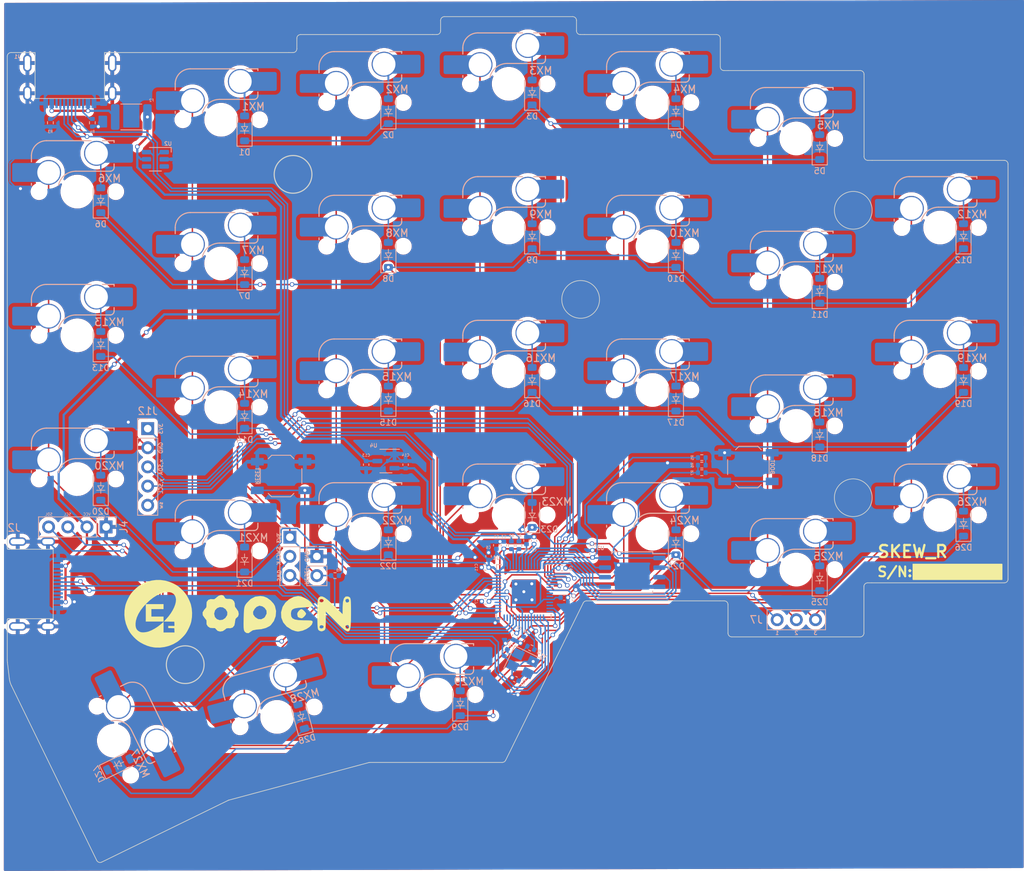
<source format=kicad_pcb>
(kicad_pcb (version 20240108) (generator "pcbnew") (generator_version "8.0")
  (layers (0 "F.Cu" signal) (31 "B.Cu" signal) (34 "B.Paste" user) (35 "F.Paste" user) (36 "B.SilkS" user "B.Silkscreen") (37 "F.SilkS" user "F.Silkscreen") (38 "B.Mask" user) (39 "F.Mask" user) (44 "Edge.Cuts" user))
  (net 0 "")
  (net 1 "GNDR")
  (net 2 "Net-(BOOT2-Pad2)")
  (net 3 "+1V1R")
  (net 4 "+3V3R")
  (net 5 "+5VR")
  (net 6 "XIN_R")
  (net 7 "ROW1_R")
  (net 8 "ROW2_R")
  (net 9 "ROW3_R")
  (net 10 "VBUSR")
  (net 11 "USB_D+_R")
  (net 12 "USB_D-_R")
  (net 13 "SPI0_RX_R")
  (net 14 "SPI0_TX_R")
  (net 15 "SCL_R")
  (net 16 "SDA_R")
  (net 17 "vrx_R")
  (net 18 "vry_R")
  (net 19 "sw_R")
  (net 20 "COL5_R")
  (net 21 "COL4_R")
  (net 22 "COL3_R")
  (net 23 "COL2_R")
  (net 24 "COL1_R")
  (net 25 "COL6_R")
  (net 26 "COL0_R")
  (net 27 "RESET_R")
  (net 28 "QSPI_SS_R")
  (net 29 "XOUT_R")
  (net 30 "SWCLK_R")
  (net 31 "SWD_R")
  (net 32 "QSPI_SD3_R")
  (net 33 "QSPI_SCLK_R")
  (net 34 "QSPI_SD0_R")
  (net 35 "QSPI_SD2_R")
  (net 36 "QSPI_SD1_R")
  (net 37 "ROW4_R")
  (net 38 "ROW0_R")
  (net 39 "Net-(D1-A)")
  (net 40 "Net-(D2-A)")
  (net 41 "Net-(D3-A)")
  (net 42 "Net-(D4-A)")
  (net 43 "Net-(D5-A)")
  (net 44 "Net-(D6-A)")
  (net 45 "Net-(D7-A)")
  (net 46 "Net-(D8-A)")
  (net 47 "Net-(D9-A)")
  (net 48 "Net-(D10-A)")
  (net 49 "Net-(D11-A)")
  (net 50 "Net-(D12-A)")
  (net 51 "Net-(D13-A)")
  (net 52 "Net-(D14-A)")
  (net 53 "Net-(D15-A)")
  (net 54 "Net-(D16-A)")
  (net 55 "Net-(D17-A)")
  (net 56 "Net-(D18-A)")
  (net 57 "Net-(D19-A)")
  (net 58 "Net-(D20-A)")
  (net 59 "Net-(D21-A)")
  (net 60 "Net-(D22-A)")
  (net 61 "Net-(D23-A)")
  (net 62 "Net-(D24-A)")
  (net 63 "Net-(D25-A)")
  (net 64 "Net-(D26-A)")
  (net 65 "Net-(D27-A)")
  (net 66 "Net-(D28-A)")
  (net 67 "Net-(D29-A)")
  (net 68 "Net-(C16-Pad2)")
  (net 69 "Net-(R5-Pad1)")
  (net 70 "Net-(U1-USB_DP)")
  (net 71 "Net-(U1-USB_DM)")
  (net 85 "Net-(J1-CC1)")
  (net 87 "Net-(J1-CC2)")
  (footprint "Connector_PinHeader_2.54mm:PinHeader_1x05_P2.54mm_Vertical" (layer "F.Cu") (at -9.7325 40.937501)
    (property "Reference" "J6" (hide yes))
    (property "Value" "PinSocket_5P")
  )
  (footprint "LOGO" (layer "F.Cu") (at -8.334375 65.484375)
    (property "Reference" "G***" (hide yes))
    (property "Value" "LOGO" (hide yes))
  )
  (footprint "LOGO" (layer "F.Cu") (at 7.540625 65.484375)
    (property "Reference" "G***" (hide yes))
    (property "Value" "LOGO" (hide yes))
  )
  (footprint "Connector_PinHeader_2.54mm:PinHeader_1x04_P2.54mm_Vertical" (layer "F.Cu") (at -19.05 53.975001 -90)
    (property "Reference" "J4")
    (property "Value" "PinSocket_4P")
  )
  (footprint "PCM_marbastlib-various:SOT-23-6-routable" (layer "B.Cu") (at -8.715625 5.237318 180)
    (property "Reference" "U2")
    (property "Value" "SRV05-4")
  )
  (footprint "Capacitor_SMD:C_0402_1005Metric" (layer "B.Cu") (at 36.45 56.4 90)
    (property "Reference" "C4")
    (property "Value" "100n")
  )
  (footprint "mcu:D_SOD-123_new" (layer "B.Cu") (at 79.3 22.671501 90)
    (property "Reference" "D11")
    (property "Value" "D_Small")
  )
  (footprint "mcu:D_SOD-123_new" (layer "B.Cu") (at 60.25 36.959001 90)
    (property "Reference" "D17")
    (property "Value" "D_Small")
  )
  (footprint "Resistor_SMD:R_0402_1005Metric" (layer "B.Cu") (at 63.675 45.787501)
    (property "Reference" "R6")
    (property "Value" "5.1k")
  )
  (footprint "PCM_marbastlib-mx:SW_MX_HS_1u" (layer "B.Cu") (at 76.2 21.526501 180)
    (property "Reference" "MX11")
    (property "Value" "kailh hotswap socket" (hide yes))
  )
  (footprint "mcu:D_SOD-123_new" (layer "B.Cu") (at 3.1 58.295001 90)
    (property "Reference" "D21")
    (property "Value" "D_Small")
  )
  (footprint "PCM_marbastlib-mx:SW_MX_HS_1u" (layer "B.Cu") (at 76.2 59.626501 180)
    (property "Reference" "MX25")
    (property "Value" "kailh hotswap socket" (hide yes))
  )
  (footprint "Resistor_SMD:R_0402_1005Metric" (layer "B.Cu") (at 39.45 56.4 -90)
    (property "Reference" "R1")
    (property "Value" "27")
  )
  (footprint "PCM_marbastlib-mx:SW_MX_HS_1.5u" (layer "B.Cu") (at -14.216225 82.306496 116)
    (property "Reference" "MX27")
    (property "Value" "kailh hotswap socket" (hide yes))
  )
  (footprint "mcu:D_SOD-123_new" (layer "B.Cu") (at 22.15 17.909 90)
    (property "Reference" "D8")
    (property "Value" "D_Small")
  )
  (footprint "PCM_marbastlib-mx:SW_MX_HS_1u" (layer "B.Cu") (at 0 57.150001 180)
    (property "Reference" "MX21")
    (property "Value" "kailh hotswap socket" (hide yes))
  )
  (footprint "PCM_marbastlib-mx:SW_MX_HS_1u" (layer "B.Cu") (at 57.15 35.814001 180)
    (property "Reference" "MX17")
    (property "Value" "kailh hotswap socket" (hide yes))
  )
  (footprint "PCM_marbastlib-mx:SW_MX_HS_1u" (layer "B.Cu") (at 19.05 35.814001 180)
    (property "Reference" "MX15")
    (property "Value" "kailh hotswap socket" (hide yes))
  )
  (footprint "mcu:D_SOD-123_new" (layer "B.Cu") (at 3.1 39.245001 90)
    (property "Reference" "D14")
    (property "Value" "D_Small")
  )
  (footprint "Capacitor_SMD:C_0402_1005Metric" (layer "B.Cu") (at 35.425 57.857501 90)
    (property "Reference" "C6")
    (property "Value" "100n")
  )
  (footprint "PCM_marbastlib-mx:SW_MX_HS_1u" (layer "B.Cu") (at 0 0 180)
    (property "Reference" "MX1")
    (property "Value" "kailh hotswap socket" (hide yes))
  )
  (footprint "PCM_marbastlib-mx:SW_MX_HS_1u" (layer "B.Cu") (at 19.05 -2.285999 180)
    (property "Reference" "MX2")
    (property "Value" "kailh hotswap socket" (hide yes))
  )
  (footprint "Capacitor_SMD:C_0402_1005Metric" (layer "B.Cu") (at 45.45 63.337501)
    (property "Reference" "C10")
    (property "Value" "100n")
  )
  (footprint "PCM_marbastlib-mx:SW_MX_HS_1u" (layer "B.Cu") (at 76.2 40.576501 180)
    (property "Reference" "MX18")
    (property "Value" "kailh hotswap socket" (hide yes))
  )
  (footprint "mcu:HRO-TYPE-C-31-M-13" (layer "B.Cu") (at -20.05 -9.617249)
    (property "Reference" "J1")
    (property "Value" "TYPE-C-31-M-13" (hide yes))
  )
  (footprint "Button_Switch_SMD:SW_SPST_TL3342" (layer "B.Cu") (at 7.9375 47.228125 180)
    (property "Reference" "RESET1" (hide yes))
    (property "Value" "SW_Push")
  )
  (footprint "PCM_marbastlib-mx:SW_MX_HS_1u" (layer "B.Cu") (at 95.25 14.287501 180)
    (property "Reference" "MX12")
    (property "Value" "kailh hotswap socket" (hide yes))
  )
  (footprint "Resistor_SMD:R_0402_1005Metric" (layer "B.Cu") (at 15.08125 60.427501)
    (property "Reference" "R8")
    (property "Value" "5.1k")
  )
  (footprint "mcu:D_SOD-123_new" (layer "B.Cu") (at 41.2 52.3875 90)
    (property "Reference" "D23")
    (property "Value" "D_Small")
  )
  (footprint "mcu:D_SOD-123_new" (layer "B.Cu") (at 22.15 36.959001 90)
    (property "Reference" "D15")
    (property "Value" "D_Small")
  )
  (footprint "Connector_PinSocket_2.54mm:PinSocket_1x03_P2.54mm_Vertical" (layer "B.Cu") (at 9.1 55.334375 180)
    (property "Reference" "J3" (hide yes))
    (property "Value" "SWD_PinSocket")
  )
  (footprint "mcu:D_SOD-123_new" (layer "B.Cu") (at 79.3 3.621501 90)
    (property "Reference" "D5")
    (property "Value" "D_Small")
  )
  (footprint "Package_DFN_QFN:QFN-56-1EP_7x7mm_P0.4mm_EP3.2x3.2mm" (layer "B.Cu") (at 40.1 62.577501 180)
    (property "Reference" "U1")
    (property "Value" "RP2040")
  )
  (footprint "mcu:D_SOD-123_new" (layer "B.Cu") (at -15.95 29.720001 90)
    (property "Reference" "D13")
    (property "Value" "D_Small")
  )
  (footprint "mcu:D_SOD-123_new" (layer "B.Cu") (at 22.15 56.009001 90)
    (property "Reference" "D22")
    (property "Value" "D_Small")
  )
  (footprint "mcu:D_SOD-123_new" (layer "B.Cu") (at 3.1 20.195001 90)
    (property "Reference" "D7")
    (property "Value" "D_Small")
  )
  (footprint "Capacitor_SMD:C_0402_1005Metric" (layer "B.Cu") (at 37.45 56.4 90)
    (property "Reference" "C3")
    (property "Value" "1u")
  )
  (footprint "mcu:D_SOD-123_new" (layer "B.Cu") (at 22.15 -1.140999 90)
    (property "Reference" "D2")
    (property "Value" "D_Small")
  )
  (footprint "PCM_marbastlib-mx:SW_MX_HS_1u" (layer "B.Cu") (at 57.15 54.864001 180)
    (property "Reference" "MX24")
    (property "Value" "kailh hotswap socket" (hide yes))
  )
  (footprint "Capacitor_SMD:C_0402_1005Metric" (layer "B.Cu") (at 40.45 55.777501 90)
    (property "Reference" "C5")
    (property "Value" "100n")
  )
  (footprint "PCM_marbastlib-mx:SW_MX_HS_1u" (layer "B.Cu") (at -19.05 47.625001 180)
    (property "Reference" "MX20")
    (property "Value" "kailh hotswap socket" (hide yes))
  )
  (footprint "Button_Switch_SMD:SW_SPST_TL3342" (layer "B.Cu") (at 69.85 46.0375 180)
    (property "Reference" "BOOT2" (hide yes))
    (property "Value" "SW_Push")
  )
  (footprint "Package_TO_SOT_SMD:SOT-23-3" (layer "B.Cu") (at 21.828125 45.243751 180)
    (property "Reference" "U4")
    (property "Value" "XC6206P332MR")
  )
  (footprint "PCM_marbastlib-mx:SW_MX_HS_1u" (layer "B.Cu") (at 38.1 -4.762499 180)
    (property "Reference" "MX3")
    (property "Value" "kailh hotswap socket" (hide yes))
  )
  (footprint "PCM_marbastlib-mx:SW_MX_HS_1u" (layer "B.Cu") (at 28.575 76.2 180)
    (property "Reference" "MX29")
    (property "Value" "kailh hotswap socket" (hide yes))
  )
  (footprint "PCM_marbastlib-mx:SW_MX_HS_1u" (layer "B.Cu") (at 38.1 14.287501 180)
    (property "Reference" "MX9")
    (property "Value" "kailh hotswap socket" (hide yes))
  )
  (footprint "Connector_PinSocket_2.54mm:PinSocket_1x02_P2.54mm_Vertical" (layer "B.Cu") (at 12.675 57.884375 180)
    (property "Reference" "RESET2" (hide yes))
    (property "Value" "PinSocket_2P")
  )
  (footprint "mcu:D_SOD-123_new" (layer "B.Cu") (at 60.25 17.909 90)
    (property "Reference" "D10")
    (property "Value" "D_Small")
  )
  (footprint "mcu:D_SOD-123_new" (layer "B.Cu") (at 79.3 60.771501 90)
    (property "Reference" "D25")
    (property "Value" "D_Small")
  )
  (footprint "Resistor_SMD:R_0402_1005Metric" (layer "B.Cu") (at 63.675 44.787501 180)
    (property "Reference" "R5")
    (property "Value" "5.1k")
  )
  (footprint "PCM_marbastlib-mx:SW_MX_HS_1u" (layer "B.Cu") (at 38.1 33.337501 180)
    (property "Reference" "MX16")
    (property "Value" "kailh hotswap socket" (hide yes))
  )
  (footprint "PCM_marbastlib-mx:SW_MX_HS_1u" (layer "B.Cu") (at -19.05 9.525001 180)
    (property "Reference" "MX6")
    (property "Value" "kailh hotswap socket" (hide yes))
  )
  (footprint "mcu:D_SOD-123_new" (layer "B.Cu") (at 98.35 34.482501 90)
    (property "Reference" "D19")
    (property "Value" "D_Small")
  )
  (footprint "PCM_marbastlib-mx:SW_MX_HS_1u" (layer "B.Cu") (at 95.25 52.387501 180)
    (property "Reference" "MX26")
    (property "Value" "kailh hotswap socket" (hide yes))
  )
  (footprint "mcu:D_SOD-123_new" (layer "B.Cu") (at 41.2 15.432501 90)
    (property "Reference" "D9")
    (property "Value" "D_Small")
  )
  (footprint "PCM_marbastlib-mx:SW_MX_HS_1u" (layer "B.Cu") (at 19.05 54.864001 180)
    (property "Reference" "MX22")
    (property "Value" "kailh hotswap socket" (hide yes))
  )
  (footprint "mcu:D_SOD-123_new" (layer "B.Cu") (at 31.675 77.345001 90)
    (property "Reference" "D29")
    (property "Value" "D_Small")
  )
  (footprint "mcu:D_SOD-123_new" (layer "B.Cu") (at 3.1 1.145 90)
    (property "Reference" "D1")
    (property "Value" "D_Small")
  )
  (footprint "Capacitor_SMD:C_0402_1005Metric" (layer "B.Cu") (at 24.433125 45.721828 90)
    (property "Reference" "C14")
    (property "Value" "1u")
  )
  (footprint "PCM_marbastlib-mx:SW_MX_HS_1u" (layer "B.Cu") (at 57.15 -2.285999 180)
    (property "Reference" "MX4")
    (property "Value" "kailh hotswap socket" (hide yes))
  )
  (footprint "Capacitor_SMD:C_0402_1005Metric" (layer "B.Cu") (at 38.975 74.162501 153.8)
    (property "Reference" "C15")
    (property "Value" "22p")
  )
  (footprint "mcu:D_SOD-123_new" (layer "B.Cu") (at 41.2 34.482501 90)
    (property "Reference" "D16")
    (property "Value" "D_Small")
  )
  (footprint "Capacitor_SMD:C_0402_1005Metric" (layer "B.Cu") (at 19.208125 45.721828 -90)
    (property "Reference" "C13")
    (property "Value" "1u")
  )
  (footprint "mcu:D_SOD-123_new" (layer "B.Cu") (at 79.3 41.721501 90)
    (property "Reference" "D18")
    (property "Value" "D_Small")
  )
  (footprint "PCM_marbastlib-mx:SW_MX_HS_1u" (layer "B.Cu") (at 0 38.100001 180)
    (property "Reference" "MX14")
    (property "Value" "kailh hotswap socket" (hide yes))
  )
  (footprint "Capacitor_SMD:C_0402_1005Metric" (layer "B.Cu") (at 41.45 55.777501 90)
    (property "Reference" "C1")
    (property "Value" "100n")
  )
  (footprint "PCM_marbastlib-mx:SW_MX_HS_1u" (layer "B.Cu") (at 95.25 33.337501 180)
    (property "Reference" "MX19")
    (property "Value" "kailh hotswap socket" (hide yes))
  )
  (footprint "Capacitor_SMD:C_0402_1005Metric" (layer "B.Cu") (at 35 63.837501 180)
    (property "Reference" "C7")
    (property "Value" "100n")
  )
  (footprint "mcu:D_SOD-123_new" (layer "B.Cu") (at 60.25 56.009001 90)
    (property "Reference" "D24")
    (property "Value" "D_Small")
  )
  (footprint "Capacitor_SMD:C_0402_1005Metric" (layer "B.Cu") (at 37.703125 70.64375 63.8)
    (property "Reference" "C16")
    (property "Value" "22p")
  )
  (footprint "Capacitor_SMD:C_0402_1005Metric" (layer "B.Cu") (at 45.15 59.437501)
    (property "Reference" "C9")
    (property "Value" "100n")
  )
  (footprint "Connector_PinSocket_2.54mm:PinSocket_1x03_P2.54mm_Vertical" (layer "B.Cu") (at 73.66 66.278125 -90)
    (property "Reference" "J7")
    (property "Value" "side_b_PinSocket")
  )
  (footprint "Capacitor_SMD:C_0402_1005Metric" (layer "B.Cu") (at 39.86 68.947501 -116.2)
    (property "Reference" "C8")
    (property "Value" "100n")
  )
  (footprint "Fuse:Fuse_1812_4532Metric" (layer "B.Cu") (at -11.90625 -0.367249 180)
    (property "Reference" "F2")
    (property "Value" "MF-MSMF050-2")
  )
  (footprint "PCM_marbastlib-mx:SW_MX_HS_1u" (layer "B.Cu") (at 38.1 52.387501 180)
    (property "Reference" "MX23")
    (property "Value" "kailh hotswap socket" (hide yes))
  )
  (footprint "PCM_marbastlib-mx:SW_MX_HS_1u" (layer "B.Cu") (at 57.15 16.764 180)
    (property "Reference" "MX10")
    (property "Value" "kailh hotswap socket" (hide yes))
  )
  (footprint "Capacitor_SMD:C_0402_1005Metric" (layer "B.Cu") (at 34.975 59.337501 180)
    (property "Reference" "C11")
    (property "Value" "1u")
  )
  (footprint "PCM_marbastlib-mx:SW_MX_HS_1u" (layer "B.Cu") (at 76.2 2.476501 180)
    (property "Reference" "MX5")
    (property "Value" "kailh hotswap socket" (hide yes))
  )
  (footprint "Resistor_SMD:R_0402_1005Metric" (layer "B.Cu") (at 41.025 70.012501 -26.2)
    (property "Reference" "R9")
    (property "Value" "1k")
  )
  (footprint "Capacitor_SMD:C_0402_1005Metric" (layer "B.Cu") (at 38.94 68.487501 -116.2)
    (property "Reference" "C2")
    (property "Value" "100n")
  )
  (footprint "mcu:D_SOD-123_new" (layer "B.Cu") (at 98.35 53.532501 90)
    (property "Reference" "D26")
    (property "Value" "D_Small")
  )
  (footprint "Resistor_SMD:R_0402_1005Metric" (layer "B.Cu") (at -17.065625 0.396875 -90)
    (property "Reference" "R4")
    (property "Value" "5.1k")
  )
  (footprint "PCM_marbastlib-mx:SW_MX_HS_1u" (layer "B.Cu") (at 7.41391 79.154015 -165)
    (property "Reference" "MX28")
    (property "Value" "kailh hotswap socket" (hide yes))
  )
  (footprint "Capacitor_SMD:C_0402_1005Metric" (layer "B.Cu") (at 49.2 57.547501 90)
    (property "Reference" "C12")
    (property "Value" "1u")
  )
  (footprint "mcu:D_SOD-123_new" (layer "B.Cu") (at -13.570692 85.440716 26)
    (property "Reference" "D27")
    (property "Value" "D_Small")
  )
  (footprint "Crystal:Crystal_SMD_3225-4Pin_3.2x2.5mm" (layer "B.Cu") (at 39.975 72.087501 -26.2)
    (property "Reference" "Y1")
    (property "Value" "X322512MSB4SI")
  )
  (footprint "mcu:D_SOD-123_new" (layer "B.Cu") (at 60.25 -1.140999 90)
    (property "Reference" "D4")
    (property "Value" "D_Small")
  )
  (footprint "mcu:D_SOD-123_new" (layer "B.Cu") (at -15.95 48.770001 90)
    (property "Reference" "D20")
    (property "Value" "D_Small")
  )
  (footprint "mcu:D_SOD-123_new" (layer "B.Cu") (at 41.2 -3.617499 90)
    (property "Reference" "D3")
    (property "Value" "D_Small")
  )
  (footprint "mcu:D_SOD-123_new" (layer "B.Cu") (at 10.613717 79.11838 105)
    (property "Reference" "D28")
    (property "Value" "D_Small")
  )
  (footprint "Resistor_SMD:R_0402_1005Metric" (layer "B.Cu") (at 38.45 56.4 -90)
    (property "Reference" "R2")
    (property "Value" "27")
  )
  (footprint "Resistor_SMD:R_0402_1005Metric" (layer "B.Cu") (at 63.675 46.787501 180)
    (property "Reference" "R7")
    (property "Value" "1k")
  )
  (footprint "mcu:D_SOD-123_new" (layer "B.Cu") (at -15.95 10.670001 90)
    (property "Reference" "D6")
    (property "Value" "D_Small")
  )
  (footprint "mcu:D_SOD-123_new" (layer "B.Cu") (at 98.35 15.432501 90)
    (property "Reference" "D12")
    (property "Value" "D_Small")
  )
  (footprint "PCM_marbastlib-mx:SW_MX_HS_1u" (layer "B.Cu") (at 0 19.050001 180)
    (property "Reference" "MX7")
    (property "Value" "kailh hotswap socket" (hide yes))
  )
  (footprint "mcu:HRO-TYPE-C-31-M-13" (layer "B.Cu") (at -29.05 61.537501 90)
    (property "Reference" "J2")
    (property "Value" "TYPE-C-31-M-13" (hide yes))
  )
  (footprint "Package_SO:SOIC-8_5.23x5.23mm_P1.27mm" (layer "B.Cu") (at 54.45 60 180)
    (property "Reference" "U3")
    (property "Value" "W25Q128JVSIQ")
  )
  (footprint "PCM_marbastlib-mx:SW_MX_HS_1u" (layer "B.Cu") (at 19.05 16.764 180)
    (property "Reference" "MX8")
    (property "Value" "kailh hotswap socket" (hide yes))
  )
  (footprint "Resistor_SMD:R_0402_1005Metric" (layer "B.Cu") (at -22.621875 0.396875 -90)
    (property "Reference" "R3")
    (property "Value" "5.1k")
  )
  (footprint "PCM_marbastlib-mx:SW_MX_HS_1u" (layer "B.Cu") (at -19.05 28.575001 180)
    (property "Reference" "MX13")
    (property "Value" "kailh hotswap socket" (hide yes))
  )
  (gr_rect (start 91.678125 58.928125) (end 103.428125 60.928125) (stroke (width 0.15)) (fill solid) (layer "F.SilkS"))
  (gr_line (start 47.075 -13.167249) (end 47.075 -11.792249) (stroke (width 0.1)) (layer "Edge.Cuts"))
  (gr_circle (center -4.7625 72.231251) (end -2.2625 72.231251) (stroke (width 0.15)) (fill none) (layer "Edge.Cuts"))
  (gr_arc (start 67.65 68.550001) (mid 67.296486 68.403515) (end 67.15 68.050001) (stroke (width 0.1)) (layer "Edge.Cuts"))
  (gr_line (start -9.025 -8.904749) (end 8.975 -8.904749) (stroke (width 0.1)) (layer "Edge.Cuts"))
  (gr_arc (start 29.075 -11.792249) (mid 28.928564 -11.438685) (end 28.575 -11.292249) (stroke (width 0.1)) (layer "Edge.Cuts"))
  (gr_line (start -27.838454 -8.904749) (end -24.65 -8.904749) (stroke (width 0.1)) (layer "Edge.Cuts"))
  (gr_line (start -22.250954 56.937501) (end -22.250954 66.137501) (stroke (width 0.1)) (layer "Edge.Cuts"))
  (gr_arc (start 103.75 5.382751) (mid 104.103514 5.529237) (end 104.25 5.882751) (stroke (width 0.1)) (layer "Edge.Cuts"))
  (gr_line (start -15.45 -8.904749) (end -9.025 -8.904749) (stroke (width 0.1)) (layer "Edge.Cuts"))
  (gr_circle (center 83.740625 12.001501) (end 86.240625 12.001501) (stroke (width 0.1)) (fill none) (layer "Edge.Cuts"))
  (gr_arc (start 19.583511 85.204485) (mid 19.647561 85.191769) (end 19.712722 85.187501) (stroke (width 0.1)) (layer "Edge.Cuts"))
  (gr_line (start 8.975 -8.904749) (end 9.525 -8.904749) (stroke (width 0.1)) (layer "Edge.Cuts"))
  (gr_line (start -28.238454 56.937501) (end -22.250954 56.937501) (stroke (width 0.1)) (layer "Edge.Cuts"))
  (gr_line (start 19.712722 85.187501) (end 37.238957 85.187501) (stroke (width 0.1)) (layer "Edge.Cuts"))
  (gr_arc (start 85.675 5.382751) (mid 85.321486 5.236265) (end 85.175 4.882751) (stroke (width 0.1)) (layer "Edge.Cuts"))
  (gr_arc (start -28.338454 -8.404749) (mid -28.192009 -8.758304) (end -27.838454 -8.904749) (stroke (width 0.1)) (layer "Edge.Cuts"))
  (gr_line (start 85.175 -6.017249) (end 85.175 4.882751) (stroke (width 0.1)) (layer "Edge.Cuts"))
  (gr_line (start 10.525 -11.292249) (end 28.025 -11.292249) (stroke (width 0.1)) (layer "Edge.Cuts"))
  (gr_line (start 29.075 -11.792249) (end 29.075 -11.817249) (stroke (width 0.1)) (layer "Edge.Cuts"))
  (gr_line (start 29.575 -13.667249) (end 46.575 -13.667249) (stroke (width 0.1)) (layer "Edge.Cuts"))
  (gr_arc (start -28.317437 71.935162) (mid -28.333195 71.758229) (end -28.338454 71.580674) (stroke (width 0.1)) (layer "Edge.Cuts"))
  (gr_line (start 1.021354 90.185061) (end 18.411614 85.517977) (stroke (width 0.1)) (layer "Edge.Cuts"))
  (gr_circle (center 83.740625 50.101501) (end 86.240625 50.101501) (stroke (width 0.1)) (fill none) (layer "Edge.Cuts"))
  (gr_circle (center 9.525 7.239001) (end 12.025 7.239001) (stroke (width 0.15)) (fill none) (layer "Edge.Cuts"))
  (gr_line (start -28.338454 0.857751) (end -28.338454 -8.404749) (stroke (width 0.1)) (layer "Edge.Cuts"))
  (gr_arc (start 66.65 63.775001) (mid 67.003514 63.921487) (end 67.15 64.275001) (stroke (width 0.1)) (layer "Edge.Cuts"))
  (gr_line (start 85.15 61.887501) (end 85.15 68.050001) (stroke (width 0.1)) (layer "Edge.Cuts"))
  (gr_line (start -24.65 -2.817249) (end -15.45 -2.817249) (stroke (width 0.1)) (layer "Edge.Cuts"))
  (gr_arc (start 104.25 60.887501) (mid 104.103579 61.24108) (end 103.75 61.387501) (stroke (width 0.1)) (layer "Edge.Cuts"))
  (gr_line (start 104.25 60.887501) (end 104.25 5.882751) (stroke (width 0.1)) (layer "Edge.Cuts"))
  (gr_line (start 10.025 -10.792249) (end 10.025 -9.429749) (stroke (width 0.1)) (layer "Edge.Cuts"))
  (gr_circle (center 47.625 23.8125) (end 50.125 23.8125) (stroke (width 0.1)) (fill none) (layer "Edge.Cuts"))
  (gr_line (start 66.1 63.775001) (end 66.65 63.775001) (stroke (width 0.1)) (layer "Edge.Cuts"))
  (gr_line (start 10.025 -9.404749) (end 10.025 -9.429749) (stroke (width 0.1)) (layer "Edge.Cuts"))
  (gr_arc (start 85.15 68.050001) (mid 85.003579 68.40358) (end 84.65 68.550001) (stroke (width 0.1)) (layer "Edge.Cuts"))
  (gr_line (start -24.65 -2.817249) (end -24.65 -8.904749) (stroke (width 0.1)) (layer "Edge.Cuts"))
  (gr_line (start 48.411043 63.775001) (end 66.1 63.775001) (stroke (width 0.1)) (layer "Edge.Cuts"))
  (gr_line (start 85.65 61.387501) (end 86.2 61.387501) (stroke (width 0.1)) (layer "Edge.Cuts"))
  (gr_arc (start 37.687472 84.908485) (mid 37.503066 85.112054) (end 37.238957 85.187501) (stroke (width 0.1)) (layer "Edge.Cuts"))
  (gr_arc (start 0.931859 90.218532) (mid 0.975805 90.199654) (end 1.021354 90.185061) (stroke (width 0.1)) (layer "Edge.Cuts"))
  (gr_line (start 28.025 -11.292249) (end 28.575 -11.292249) (stroke (width 0.1)) (layer "Edge.Cuts"))
  (gr_line (start 67.15 64.275001) (end 67.15 68.050001) (stroke (width 0.1)) (layer "Edge.Cuts"))
  (gr_line (start -28.338454 0.857751) (end -28.338454 17.407751) (stroke (width 0.1)) (layer "Edge.Cuts"))
  (gr_line (start 47.575 -11.292249) (end 48.125 -11.292249) (stroke (width 0.1)) (layer "Edge.Cuts"))
  (gr_line (start -16.491608 98.171818) (end -27.781597 75.023909) (stroke (width 0.1)) (layer "Edge.Cuts"))
  (gr_line (start 65.625 -11.292249) (end 48.125 -11.292249) (stroke (width 0.1)) (layer "Edge.Cuts"))
  (gr_line (start -28.338454 54.487501) (end -28.338454 56.837501) (stroke (width 0.1)) (layer "Edge.Cuts"))
  (gr_line (start 47.962528 64.054017) (end 37.687472 84.908485) (stroke (width 0.1)) (layer "Edge.Cuts"))
  (gr_line (start 85.675 5.382751) (end 86.25 5.382751) (stroke (width 0.1)) (layer "Edge.Cuts"))
  (gr_arc (start 10.025 -9.404749) (mid 9.878564 -9.051185) (end 9.525 -8.904749) (stroke (width 0.1)) (layer "Edge.Cuts"))
  (gr_line (start -28.064198 74.063285) (end -28.317437 71.935162) (stroke (width 0.1)) (layer "Edge.Cuts"))
  (gr_line (start 66.625 -6.517249) (end 67.175 -6.517249) (stroke (width 0.1)) (layer "Edge.Cuts"))
  (gr_line (start 29.075 -13.167249) (end 29.075 -11.817249) (stroke (width 0.1)) (layer "Edge.Cuts"))
  (gr_arc (start -28.238454 56.937501) (mid -28.309163 56.90821) (end -28.338454 56.837501) (stroke (width 0.1)) (layer "Edge.Cuts"))
  (gr_arc (start 47.575 -11.292249) (mid 47.221486 -11.438735) (end 47.075 -11.792249) (stroke (width 0.1)) (layer "Edge.Cuts"))
  (gr_line (start 66.125 -10.792249) (end 66.125 -7.017249) (stroke (width 0.1)) (layer "Edge.Cuts"))
  (gr_line (start -15.45 -2.817249) (end -15.45 -8.904749) (stroke (width 0.1)) (layer "Edge.Cuts"))
  (gr_arc (start 10.025 -10.792249) (mid 10.171436 -11.145813) (end 10.525 -11.292249) (stroke (width 0.1)) (layer "Edge.Cuts"))
  (gr_arc (start 66.625 -6.517249) (mid 66.271486 -6.663735) (end 66.125 -7.017249) (stroke (width 0.1)) (layer "Edge.Cuts"))
  (gr_line (start 84.675 -6.517249) (end 67.175 -6.517249) (stroke (width 0.1)) (layer "Edge.Cuts"))
  (gr_line (start 0.931859 90.218532) (end -0.118996 90.73081) (stroke (width 0.1)) (layer "Edge.Cuts"))
  (gr_line (start -28.338454 54.487501) (end -28.338454 17.407751) (stroke (width 0.1)) (layer "Edge.Cuts"))
  (gr_arc (start 46.575 -13.667249) (mid 46.928514 -13.520763) (end 47.075 -13.167249) (stroke (width 0.1)) (layer "Edge.Cuts"))
  (gr_arc (start -27.781597 75.023909) (mid -27.963259 74.555471) (end -28.064198 74.063285) (stroke (width 0.1)) (layer "Edge.Cuts"))
  (gr_line (start 103.75 5.382751) (end 86.25 5.382751) (stroke (width 0.1)) (layer "Edge.Cuts"))
  (gr_line (start 19.583511 85.204485) (end 18.411614 85.517977) (stroke (width 0.1)) (layer "Edge.Cuts"))
  (gr_arc (start 85.15 61.887501) (mid 85.296421 61.533922) (end 85.65 61.387501) (stroke (width 0.1)) (layer "Edge.Cuts"))
  (gr_line (start 84.65 68.550001) (end 67.65 68.550001) (stroke (width 0.1)) (layer "Edge.Cuts"))
  (gr_arc (start 47.962528 64.054017) (mid 48.146953 63.850478) (end 48.411043 63.775001) (stroke (width 0.1)) (layer "Edge.Cuts"))
  (gr_arc (start -28.338454 66.237501) (mid -28.309166 66.166789) (end -28.238454 66.137501) (stroke (width 0.1)) (layer "Edge.Cuts"))
  (gr_line (start -28.338454 71.580674) (end -28.338454 66.2375) (stroke (width 0.1)) (layer "Edge.Cuts"))
  (gr_arc (start 29.075 -13.167249) (mid 29.221436 -13.520813) (end 29.575 -13.667249) (stroke (width 0.1)) (layer "Edge.Cuts"))
  (gr_arc (start -15.822751 98.401897) (mid -16.20486 98.425469) (end -16.491608 98.171819) (stroke (width 0.1)) (layer "Edge.Cuts"))
  (gr_line (start -15.822751 98.401897) (end -0.118996 90.73081) (stroke (width 0.1)) (layer "Edge.Cuts"))
  (gr_arc (start 84.675 -6.517249) (mid 85.028514 -6.370763) (end 85.175 -6.017249) (stroke (width 0.1)) (layer "Edge.Cuts"))
  (gr_line (start 86.2 61.387501) (end 103.75 61.387501) (stroke (width 0.1)) (layer "Edge.Cuts"))
  (gr_line (start -28.238454 66.137501) (end -22.250954 66.137501) (stroke (width 0.1)) (layer "Edge.Cuts"))
  (gr_arc (start 65.625 -11.292249) (mid 65.978514 -11.145763) (end 66.125 -10.792249) (stroke (width 0.1)) (layer "Edge.Cuts"))
  (gr_text "3V3" (at 7.67 55.437501 90) (layer "B.SilkS") (effects (font (size 0.5 0.5) (thickness 0.1) (bold yes)) (justify mirror)))
  (gr_text "3V3" (at -7.98625 40.957501 90) (layer "B.SilkS") (effects (font (size 0.5 0.5) (thickness 0.1) (bold yes)) (justify mirror)))
  (gr_text "GND" (at -7.98625 43.497501 90) (layer "B.SilkS") (effects (font (size 0.5 0.5) (thickness 0.1) (bold yes)) (justify mirror)))
  (gr_text "SDL" (at -22.83239 52.288975 0) (layer "B.SilkS") (effects (font (size 0.35 0.35) (thickness 0.06) (bold yes)) (justify mirror)))
  (gr_text "VCC" (at -17.78239 52.288975 0) (layer "B.SilkS") (effects (font (size 0.35 0.35) (thickness 0.06) (bold yes)) (justify mirror)))
  (gr_text "RESET" (at 4.7625 47.228125 270) (layer "B.SilkS") (effects (font (size 0.5 0.5) (thickness 0.1) (bold yes)) (justify mirror)))
  (gr_text "SWCLK" (at 7.64 57.797501 90) (layer "B.SilkS") (effects (font (size 0.5 0.5) (thickness 0.1) (bold yes)) (justify mirror)))
  (gr_text "GND" (at 11.334692 57.865153 270) (layer "B.SilkS") (effects (font (size 0.5 0.5) (thickness 0.1) (bold yes)) (justify mirror)))
  (gr_text "sw" (at -7.983848 51.110294 90) (layer "B.SilkS") (effects (font (size 0.5 0.5) (thickness 0.1) (bold yes)) (justify mirror)))
  (gr_text "BOOT" (at 73.025 46.0375 270) (layer "B.SilkS") (effects (font (size 0.5 0.5) (thickness 0.1) (bold yes)) (justify mirror)))
  (gr_text "RESET" (at 11.325158 60.49173 270) (layer "B.SilkS") (effects (font (size 0.5 0.5) (thickness 0.1) (bold yes)) (justify mirror)))
  (gr_text "y,SCL" (at -7.98625 48.577501 90) (layer "B.SilkS") (effects (font (size 0.5 0.5) (thickness 0.1) (bold yes)) (justify mirror)))
  (gr_text "1" (at 73.66 68.03 0) (layer "B.SilkS") (effects (font (size 0.5 0.5) (thickness 0.1) (bold yes)) (justify mirror)))
  (gr_text "SWD" (at 7.67 60.437501 -90) (layer "B.SilkS") (effects (font (size 0.5 0.5) (thickness 0.1) (bold yes)) (justify mirror)))
  (gr_text "3" (at 78.74 68.03 0) (layer "B.SilkS") (effects (font (size 0.5 0.5) (thickness 0.1) (bold yes)) (justify mirror)))
  (gr_text "2" (at 76.2 68.03 0) (layer "B.SilkS") (effects (font (size 0.5 0.5) (thickness 0.1) (bold yes)) (justify mirror)))
  (gr_text "GND" (at -15.887495 52.700391 0) (layer "B.SilkS") (effects (font (size 0.35 0.35) (thickness 0.06) (bold yes)) (justify mirror)))
  (gr_text "SCL" (at -20.35739 52.288975 0) (layer "B.SilkS") (effects (font (size 0.35 0.35) (thickness 0.06) (bold yes)) (justify mirror)))
  (gr_text "J12" (at -9.7325 38.607501 0) (layer "B.SilkS") (effects (font (size 1 1)) (justify mirror)))
  (gr_text "x,SDA" (at -7.98625 46.037501 90) (layer "B.SilkS") (effects (font (size 0.5 0.5) (thickness 0.1) (bold yes)) (justify mirror)))
  (gr_text "S/N:" (at 86.787618 60.687744 0) (layer "F.SilkS") (effects (font (size 1.3 1.3) (thickness 0.27) (bold yes)) (justify left bottom)))
  (gr_text "SKEW_R" (at 86.803125 58.178125 0) (layer "F.SilkS") (effects (font (size 1.6 1.6) (thickness 0.3) (bold yes)) (justify left bottom)))
  (segment (start 34.262916 57.377501) (end 33.632416 58.008001) (width 0.2) (layer "F.Cu") (net 1))
  (segment (start -14.43 -0.935) (end -14.43 -3.517249) (width 0.2) (layer "F.Cu") (net 1))
  (segment (start 60.483876 44.1375) (end 59.134375 45.487001) (width 0.2) (layer "F.Cu") (net 1))
  (segment (start 35.425 57.377501) (end 34.262916 57.377501) (width 0.2) (layer "F.Cu") (net 1))
  (segment (start 37.65625 69.40625) (end 37.65625 68.026251) (width 0.2) (layer "F.Cu") (net 1))
  (segment (start 50.673626 57.067501) (end 49.2 57.067501) (width 0.2) (layer "F.Cu") (net 1))
  (segment (start 39.910773 54.328001) (end 40.4439 53.794874) (width 0.2) (layer "F.Cu") (net 1))
  (segment (start 46.977347 62.290961) (end 46.694502 62.290961) (width 0.2) (layer "F.Cu") (net 1))
  (segment (start 37.65625 68.026251) (end 36.305 66.675001) (width 0.2) (layer "F.Cu") (net 1))
  (segment (start 66.7 44.1375) (end 60.483876 44.1375) (width 0.2) (layer "F.Cu") (net 1))
  (segment (start 38.026336 75.763343) (end 38.026336 74.468558) (width 0.2) (layer "F.Cu") (net 1))
  (segment (start -9.7325 43.477501) (end -12.303125 40.906876) (width 0.2) (layer "F.Cu") (net 1))
  (segment (start 41.337264 71.067372) (end 41.337264 71.810488) (width 0.2) (layer "F.Cu") (net 1))
  (segment (start -12.303125 40.906876) (end -12.303125 40.084375) (width 0.2) (layer "F.Cu") (net 1))
  (segment (start 52.631652 59.025527) (end 50.673626 57.067501) (width 0.2) (layer "F.Cu") (net 1))
  (segment (start 46.694502 62.290961) (end 45.93 63.055463) (width 0.2) (layer "F.Cu") (net 1))
  (segment (start 40.4439 53.794874) (end 40.4439 50.76265) (width 0.2) (layer "F.Cu") (net 1))
  (segment (start 40.4439 50.76265) (end 38.496875 48.815625) (width 0.2) (layer "F.Cu") (net 1))
  (segment (start 38.026336 74.468558) (end 38.544316 73.950578) (width 0.2) (layer "F.Cu") (net 1))
  (segment (start 45.93 63.055463) (end 45.93 63.337501) (width 0.2) (layer "F.Cu") (net 1))
  (segment (start -16.271875 0.906875) (end -14.43 -0.935) (width 0.2) (layer "F.Cu") (net 1))
  (segment (start 39.648077 69.378185) (end 41.337264 71.067372) (width 0.2) (layer "F.Cu") (net 1))
  (via (at 49.2 57.067501) (size 0.6) (drill 0.4) (layers "F.Cu" "B.Cu") (net 1))
  (via (at 41.175 63.637501) (size 0.6) (drill 0.4) (layers "F.Cu" "B.Cu") (net 1))
  (via (at 46.977347 62.290961) (size 0.6) (drill 0.4) (layers "F.Cu" "B.Cu") (net 1))
  (via (at 36.948318 55.915319) (size 0.6) (drill 0.4) (layers "F.Cu" "B.Cu") (net 1))
  (via (at 39.910773 54.328001) (size 0.6) (drill 0.4) (layers "F.Cu" "B.Cu") (net 1))
  (via (at -19.446875 63.896875) (size 0.6) (drill 0.4) (layers "F.Cu" "B.Cu") (net 1))
  (via (at 41.7 67.787501) (size 0.6) (drill 0.4) (layers "F.Cu" "B.Cu") (net 1))
  (via (at 40.1 62.562501) (size 0.6) (drill 0.4) (layers "F.Cu" "B.Cu") (net 1))
  (via (at -26.590625 9.128125) (size 0.8) (drill 0.4) (layers "F.Cu" "B.Cu") (net 1))
  (via (at 34.495 59.337501) (size 0.6) (drill 0.4) (layers "F.Cu" "B.Cu") (net 1))
  (via (at 34.52 63.837501) (size 0.6) (drill 0.4) (layers "F.Cu" "B.Cu") (net 1))
  (via (at 39.05 61.537501) (size 0.6) (drill 0.4) (layers "F.Cu" "B.Cu") (net 1))
  (via (at -12.303125 40.084375) (size 0.8) (drill 0.4) (layers "F.Cu" "B.Cu") (net 1))
  (via (at 45.93 63.337501) (size 0.6) (drill 0.4) (layers "F.Cu" "B.Cu") (net 1))
  (via (at 45.63 59.437501) (size 0.6) (drill 0.4) (layers "F.Cu" "B.Cu") (net 1))
  (via (at 38.544316 73.950578) (size 0.6) (drill 0.4) (layers "F.Cu" "B.Cu") (net 1))
  (via (at 36.305 66.675001) (size 0.6) (drill 0.4) (layers "F.Cu" "B.Cu") (net 1))
  (via (at 38.026336 75.763343) (size 0.6) (drill 0.4) (layers "F.Cu" "B.Cu") (net 1))
  (via (at 35.425 57.377501) (size 0.6) (drill 0.4) (layers "F.Cu" "B.Cu") (net 1))
  (via (at 39.648077 69.378185) (size 0.6) (drill 0.4) (layers "F.Cu" "B.Cu") (net 1))
  (via (at 59.134375 45.487001) (size 0.6) (drill 0.4) (layers "F.Cu" "B.Cu") (net 1))
  (via (at 52.631652 59.025527) (size 0.6) (drill 0.4) (layers "F.Cu" "B.Cu") (net 1))
  (via (at 38.496875 48.815625) (size 0.6) (drill 0.4) (layers "F.Cu" "B.Cu") (net 1))
  (via (at 39.05 63.637501) (size 0.6) (drill 0.4) (layers "F.Cu" "B.Cu") (net 1))
  (via (at 66.7 44.1375) (size 0.6) (drill 0.4) (layers "F.Cu" "B.Cu") (net 1))
  (via (at 41.15 61.512501) (size 0.6) (drill 0.4) (layers "F.Cu" "B.Cu") (net 1))
  (via (at 41.45 55.297501) (size 0.6) (drill 0.4) (layers "F.Cu" "B.Cu") (net 1))
  (via (at 39.312671 76.229528) (size 0.6) (drill 0.4) (layers "F.Cu" "B.Cu") (net 1))
  (via (at 33.632416 58.008001) (size 0.6) (drill 0.4) (layers "F.Cu" "B.Cu") (net 1))
  (via (at -16.271875 0.906875) (size 0.6) (drill 0.4) (layers "F.Cu" "B.Cu") (net 1))
  (via (at 37.65625 69.40625) (size 0.6) (drill 0.4) (layers "F.Cu" "B.Cu") (net 1))
  (via (at 41.337264 71.810488) (size 0.6) (drill 0.4) (layers "F.Cu" "B.Cu") (net 1))
  (via (at 41.104819 65.200344) (size 0.6) (drill 0.4) (layers "F.Cu" "B.Cu") (net 1))
  (segment (start -23.134692 0.906875) (end -22.621875 0.906875) (width 0.2) (layer "B.Cu") (net 1))
  (segment (start 19.208125 46.201828) (end 21.057548 46.201828) (width 0.2) (layer "B.Cu") (net 1))
  (segment (start -26.95 55.917501) (end -22.95 55.917501) (width 0.2) (layer "B.Cu") (net 1))
  (segment (start 46.283628 59.437501) (end 45.63 59.437501) (width 0.2) (layer "B.Cu") (net 1))
  (segment (start -16.271875 0.906875) (end -17.065625 0.906875) (width 0.2) (layer "B.Cu") (net 1))
  (segment (start -23.25 -2.167249) (end -24.87 -2.167249) (width 0.3) (layer "B.Cu") (net 1))
  (segment (start 40.108262 71.810488) (end 41.337264 71.810488) (width 0.2) (layer "B.Cu") (net 1))
  (segment (start 73 44.1375) (end 66.7 44.1375) (width 0.2) (layer "B.Cu") (net 1))
  (segment (start -20.287501 64.737501) (end -19.446875 63.896875) (width 0.2) (layer "B.Cu") (net 1))
  (segment (start 41.1 66.015001) (end 41.1 65.205163) (width 0.2) (layer "B.Cu") (net 1))
  (segment (start 37.65625 69.40625) (end 37.260995 69.801505) (width 0.2) (layer "B.Cu") (net 1))
  (segment (start 38.612736 72.364514) (end 39.554236 72.364514) (width 0.2) (layer "B.Cu") (net 1))
  (segment (start -21.6 58.337501) (end -21.6 57.267501) (width 0.2) (layer "B.Cu") (net 1))
  (segment (start -21.6 57.267501) (end -22.95 55.917501) (width 0.2) (layer "B.Cu") (net 1))
  (segment (start 41.7 67.787501) (end 41.1 67.187501) (width 0.2) (layer "B.Cu") (net 1))
  (segment (start 47.6125 60.766373) (end 46.283628 59.437501) (width 0.2) (layer "B.Cu") (net 1))
  (segment (start 38.728077 68.918185) (end 39.188077 68.918185) (width 0.2) (layer "B.Cu") (net 1))
  (segment (start -26.590625 9.128125) (end -27.069694 9.128125) (width 0.2) (layer "B.Cu") (net 1))
  (segment (start 21.057548 46.201828) (end 22.965625 44.293751) (width 0.2) (layer "B.Cu") (net 1))
  (segment (start 37.65625 69.40625) (end 38.144315 68.918185) (width 0.2) (layer "B.Cu") (net 1))
  (segment (start 4.7875 45.328125) (end 11.0875 45.328125) (width 0.2) (layer "B.Cu") (net 1))
  (segment (start 23.913702 45.241828) (end 22.965625 44.293751) (width 0.2) (layer "B.Cu") (net 1))
  (segment (start 41.1 67.187501) (end 41.1 66.015001) (width 0.2) (layer "B.Cu") (net 1))
  (segment (start -15.3 -2.167249) (end -14.43 -3.037249) (width 0.3) (layer "B.Cu") (net 1))
  (segment (start 39.554236 72.364514) (end 40.108262 71.810488) (width 0.2) (layer "B.Cu") (net 1))
  (segment (start 41.45 55.297501) (end 40.45 55.297501) (width 0.2) (layer "B.Cu") (net 1))
  (segment (start 37.491202 71.074434) (end 38.612736 72.195968) (width 0.2) (layer "B.Cu") (net 1))
  (segment (start -14.43 -3.037249) (end -14.43 -3.517249) (width 0.3) (layer "B.Cu") (net 1))
  (segment (start 38.612736 72.195968) (end 38.612736 72.364514) (width 0.2) (layer "B.Cu") (net 1))
  (segment (start -25.67 -2.967249) (end -25.67 -3.517249) (width 0.3) (layer "B.Cu") (net 1))
  (segment (start 39.910773 54.328001) (end 40.45 54.867228) (width 0.2) (layer "B.Cu") (net 1))
  (segment (start -27.069694 9.128125) (end -27.985 8.212819) (width 0.2) (layer "B.Cu") (net 1))
  (segment (start 38.144315 68.918185) (end 38.728077 68.918185) (width 0.2) (layer "B.Cu") (net 1))
  (segment (start 39.188077 68.918185) (end 39.648077 69.378185) (width 0.2) (layer "B.Cu") (net 1))
  (segment (start 38.544316 73.950578) (end 38.544316 72.432934) (width 0.2) (layer "B.Cu") (net 1))
  (segment (start 24.433125 45.241828) (end 23.913702 45.241828) (width 0.2) (layer "B.Cu") (net 1))
  (segment (start 38.544316 72.432934) (end 38.612736 72.364514) (width 0.2) (layer "B.Cu") (net 1))
  (segment (start -22.95 67.157501) (end -21.6 65.807501) (width 0.2) (layer "B.Cu") (net 1))
  (segment (start -27.985 5.757183) (end -23.134692 0.906875) (width 0.2) (layer "B.Cu") (net 1))
  (segment (start -21.6 64.737501) (end -20.287501 64.737501) (width 0.2) (layer "B.Cu") (net 1))
  (segment (start 37.260995 70.844227) (end 37.491202 71.074434) (width 0.2) (layer "B.Cu") (net 1))
  (segment (start 39.113171 76.030028) (end 38.293021 76.030028) (width 0.2) (layer "B.Cu") (net 1))
  (segment (start 40.45 54.867228) (end 40.45 55.297501) (width 0.2) (layer "B.Cu") (net 1))
  (segment (start 47.6125 61.655808) (end 47.6125 60.766373) (width 0.2) (layer "B.Cu") (net 1))
  (segment (start 38.293021 76.030028) (end 38.026336 75.763343) (width 0.2) (layer "B.Cu") (net 1))
  (segment (start 41.1 65.205163) (end 41.104819 65.200344) (width 0.2) (layer "B.Cu") (net 1))
  (segment (start -16.85 -2.167249) (end -15.3 -2.167249) (width 0.3) (layer "B.Cu") (net 1))
  (segment (start 37.260995 69.801505) (end 37.260995 70.844227) (width 0.2) (layer "B.Cu") (net 1))
  (segment (start -27.985 8.212819) (end -27.985 5.757183) (width 0.2) (layer "B.Cu") (net 1))
  (segment (start -26.95 67.157501) (end -22.95 67.157501) (width 0.2) (layer "B.Cu") (net 1))
  (segment (start 36.45 55.757501) (end 37.45 55.757501) (width 0.2) (layer "B.Cu") (net 1))
  (segment (start -14.43 -7.517249) (end -14.43 -3.517249) (width 0.3) (layer "B.Cu") (net 1))
  (segment (start -25.67 -7.517249) (end -25.67 -3.517249) (width 0.3) (layer "B.Cu") (net 1))
  (segment (start 46.977347 62.290961) (end 47.6125 61.655808) (width 0.2) (layer "B.Cu") (net 1))
  (segment (start -21.6 65.807501) (end -21.6 64.737501) (width 0.2) (layer "B.Cu") (net 1))
  (segment (start -24.87 -2.167249) (end -25.67 -2.967249) (width 0.3) (layer "B.Cu") (net 1))
  (segment (start 39.312671 76.229528) (end 39.113171 76.030028) (width 0.2) (layer "B.Cu") (net 1))
  (segment (start 66.7 47.9375) (end 73 47.9375) (width 0.2) (layer "B.Cu") (net 2))
  (segment (start 64.185 46.787501) (end 65.550001 46.787501) (width 0.2) (layer "B.Cu") (net 2))
  (segment (start 65.550001 46.787501) (end 66.7 47.9375) (width 0.2) (layer "B.Cu") (net 2))
  (segment (start 40.827501 56.88) (end 41.45 56.257501) (width 0.2) (layer "F.Cu") (net 3))
  (segment (start 36.92 65.824894) (end 39.151923 68.056817) (width 0.2) (layer "F.Cu") (net 3))
  (segment (start 36.92 57.41) (end 36.92 65.824894) (width 0.2) (layer "F.Cu") (net 3))
  (segment (start 37.45 56.88) (end 36.92 57.41) (width 0.2) (layer "F.Cu") (net 3))
  (segment (start 37.45 56.88) (end 40.827501 56.88) (width 0.2) (layer "F.Cu") (net 3))
  (via (at 37.45 56.88) (size 0.6) (drill 0.4) (layers "F.Cu" "B.Cu") (net 3))
  (via (at 39.151923 68.056817) (size 0.6) (drill 0.4) (layers "F.Cu" "B.Cu") (net 3))
  (via (at 41.45 56.257501) (size 0.6) (drill 0.4) (layers "F.Cu" "B.Cu") (net 3))
  (segment (start 40.300002 57.779098) (end 40.3 59.140001) (width 0.2) (layer "B.Cu") (net 3))
  (segment (start 37.45 56.88) (end 37.45 57.701105) (width 0.2) (layer "B.Cu") (net 3))
  (segment (start 41.45 56.629102) (end 40.300002 57.779098) (width 0.2) (layer "B.Cu") (net 3))
  (segment (start 39.151923 68.056817) (end 39.5 67.70874) (width 0.2) (layer "B.Cu") (net 3))
  (segment (start 38.3 58.551105) (end 38.3 59.140001) (width 0.2) (layer "B.Cu") (net 3))
  (segment (start 41.45 56.257501) (end 41.45 56.629102) (width 0.2) (layer "B.Cu") (net 3))
  (segment (start 37.45 57.701105) (end 38.3 58.551105) (width 0.2) (layer "B.Cu") (net 3))
  (segment (start 39.5 67.70874) (end 39.5 66.015001) (width 0.2) (layer "B.Cu") (net 3))
  (segment (start 36.52 60.402501) (end 35.455 59.337501) (width 0.2) (layer "F.Cu") (net 4))
  (segment (start 2.552652 43.033901) (end 2.155777 43.430776) (width 0.2) (layer "F.Cu") (net 4))
  (segment (start 44.67 59.154658) (end 44.67 59.437501) (width 0.2) (layer "F.Cu") (net 4))
  (segment (start 2.155777 47.289528) (end 9.1 54.233751) (width 0.2) (layer "F.Cu") (net 4))
  (segment (start 2.155777 43.430776) (end 2.155777 47.289528) (width 0.2) (layer "F.Cu") (net 4))
  (segment (start 9.1 54.233751) (end 9.1 55.334375) (width 0.2) (layer "F.Cu") (net 4))
  (segment (start 35.48 63.837501) (end 36.52 62.797501) (width 0.2) (layer "F.Cu") (net 4))
  (segment (start 49.2 58.027501) (end 45.797157 58.027501) (width 0.2) (layer "F.Cu") (net 4))
  (segment (start 36.52 62.797501) (end 36.52 60.402501) (width 0.2) (layer "F.Cu") (net 4))
  (segment (start 45.797157 58.027501) (end 44.67 59.154658) (width 0.2) (layer "F.Cu") (net 4))
  (via (at 35.455 59.337501) (size 0.6) (drill 0.4) (layers "F.Cu" "B.Cu") (net 4))
  (via (at 44.67 59.437501) (size 0.6) (drill 0.4) (layers "F.Cu" "B.Cu") (net 4))
  (via (at 2.552652 43.033901) (size 0.6) (drill 0.4) (layers "F.Cu" "B.Cu") (net 4))
  (via (at 49.2 58.027501) (size 0.6) (drill 0.4) (layers "F.Cu" "B.Cu") (net 4))
  (via (at 35.48 63.837501) (size 0.6) (drill 0.4) (layers "F.Cu" "B.Cu") (net 4))
  (segment (start 38.35 59.977501) (end 40.04 59.977501) (width 0.2) (layer "B.Cu") (net 4))
  (segment (start 37.85 58.737501) (end 37.85 59.140001) (width 0.3) (layer "B.Cu") (net 4))
  (segment (start 30.73563 55.581401) (end 32.625934 55.581401) (width 0.3) (layer "B.Cu") (net 4))
  (segment (start 36.45 57.622501) (end 36.45 57.337501) (width 0.3) (layer "B.Cu") (net 4))
  (segment (start 27.33125 52.177021) (end 30.73563 55.581401) (width 0.3) (layer "B.Cu") (net 4))
  (segment (start 24.433125 46.201828) (end 25.564328 46.201828) (width 0.3) (layer "B.Cu") (net 4))
  (segment (start 16.7 58.707501) (end 16.06 58.067501) (width 0.2) (layer "B.Cu") (net 4))
  (segment (start 36.45 56.88) (end 36.45 57.337501) (width 0.3) (layer "B.Cu") (net 4))
  (segment (start 37.5 59.140001) (end 36.7125 59.927501) (width 0.3) (layer "B.Cu") (net 4))
  (segment (start 43.5375 63.577501) (end 42.732446 63.577501) (width 0.2) (layer "B.Cu") (net 4))
  (segment (start 35.455 59.337501) (end 34.825 58.707501) (width 0.2) (layer "B.Cu") (net 4))
  (segment (start 37.5 58.387501) (end 37.85 58.737501) (width 0.3) (layer "B.Cu") (net 4))
  (segment (start 34.825 58.707501) (end 16.7 58.707501) (width 0.2) (layer "B.Cu") (net 4))
  (segment (start 49.81 55.146819) (end 48.215 53.551819) (width 0.2) (layer "B.Cu") (net 4))
  (segment (start 54.523682 44.787501) (end 63.165 44.787501) (width 0.2) (layer "B.Cu") (net 4))
  (segment (start 43.5375 63.577501) (end 44.069974 63.577501) (width 0.2) (layer "B.Cu") (net 4))
  (segment (start 36.45 57.337501) (end 37.5 58.387501) (width 0.3) (layer "B.Cu") (net 4))
  (segment (start 14.72207 56.729571) (end 10.495196 56.729571) (width 0.2) (layer "B.Cu") (net 4))
  (segment (start 37.5 58.387501) (end 37.5 59.140001) (width 0.3) (layer "B.Cu") (net 4))
  (segment (start 35.735 58.337501) (end 36.45 57.622501) (width 0.3) (layer "B.Cu") (net 4))
  (segment (start -1.888812 47.757501) (end -7.426814 47.757501) (width 0.2) (layer "B.Cu") (net 4))
  (segment (start 44.0775 59.437501) (end 43.5375 59.977501) (width 0.2) (layer "B.Cu") (net 4))
  (segment (start 39.5 58.013416) (end 39.5 59.140001) (width 0.2) (layer "B.Cu") (net 4))
  (segment (start 42.732446 63.577501) (end 41.722446 64.587501) (width 0.2) (layer "B.Cu") (net 4))
  (segment (start 35.48 63.837501) (end 35.74 63.577501) (width 0.2) (layer "B.Cu") (net 4))
  (segment (start 41.722446 64.587501) (end 38.204974 64.587501) (width 0.2) (layer "B.Cu") (net 4))
  (segment (start 48.215 51.096183) (end 54.523682 44.787501) (width 0.2) (layer "B.Cu") (net 4))
  (segment (start 42.307839 64.002108) (end 42.307839 60.613465) (width 0.2) (layer "B.Cu") (net 4))
  (segment (start -8.5825 46.601815) (end -8.5825 42.087501) (width 0.2) (layer "B.Cu") (net 4))
  (segment (start 49.81 57.417501) (end 49.81 55.146819) (width 0.2) (layer "B.Cu") (net 4))
  (segment (start 39.194974 59.977501) (end 39.17 59.977501) (width 0.2) (layer "B.Cu") (net 4))
  (segment (start 39.9 66.015001) (end 39.9 65.057501) (width 0.2) (layer "B.Cu") (net 4))
  (segment (start 39.9 57.613417) (end 39.933271 57.580146) (width 0.2) (layer "B.Cu") (net 4))
  (segment (start 36.6625 59.977501) (end 38.35 59.977501) (width 0.2) (layer "B.Cu") (net 4))
  (segment (start 10.495196 56.729571) (end 9.1 55.334375) (width 0.2) (layer "B.Cu") (net 4))
  (segment (start 2.552652 43.316037) (end -1.888812 47.757501) (width 0.2) (layer "B.Cu") (net 4))
  (segment (start 40.071923 68.516817) (end 39.9 68.344894) (width 0.2) (layer "B.Cu") (net 4))
  (segment (start 36.0725 59.337501) (end 36.6625 59.927501) (width 0.3) (layer "B.Cu") (net 4))
  (segment (start 40.04 59.977501) (end 41.671875 59.977501) (width 0.2) (layer "B.Cu") (net 4))
  (segment (start 35.455 59.337501) (end 35.455 58.367501) (width 0.3) (layer "B.Cu") (net 4))
  (segment (start 35.425 58.337501) (end 35.735 58.337501) (width 0.3) (layer "B.Cu") (net 4))
  (segment (start 40.45 57.063416) (end 39.5 58.013416) (width 0.2) (layer "B.Cu") (net 4))
  (segment (start 35.455 58.367501) (end 35.425 58.337501) (width 0.3) (layer "B.Cu") (net 4))
  (segment (start 27.33125 47.96875) (end 27.33125 52.177021) (width 0.3) (layer "B.Cu") (net 4))
  (segment (start 44.309974 63.337501) (end 44.97 63.337501) (width 0.2) (layer "B.Cu") (net 4))
  (segment (start 25.564328 46.201828) (end 27.33125 47.96875) (width 0.3) (layer "B.Cu") (net 4))
  (segment (start 40.45 56.257501) (end 40.45 57.063416) (width 0.2) (layer "B.Cu") (net 4))
  (segment (start 16.06 58.067501) (end 14.72207 56.729571) (width 0.2) (layer "B.Cu") (net 4))
  (segment (start 49.267499 58.095) (end 50.85 58.095) (width 0.2) (layer "B.Cu") (net 4))
  (segment (start 42.307839 60.613465) (end 41.671875 59.977501) (width 0.2) (layer "B.Cu") (net 4))
  (segment (start 36.7125 59.927501) (end 36.6625 59.927501) (width 0.3) (layer "B.Cu") (net 4))
  (segment (start -7.426814 47.757501) (end -8.5825 46.601815) (width 0.2) (layer "B.Cu") (net 4))
  (segment (start 39.9 59.140001) (end 39.9 59.837501) (width 0.2) (layer "B.Cu") (net 4))
  (segment (start 49.2 58.027501) (end 49.81 57.417501) (width 0.2) (layer "B.Cu") (net 4))
  (segment (start 38.204974 64.587501) (end 37.194974 63.577501) (width 0.2) (layer "B.Cu") (net 4))
  (segment (start 39.9 59.837501) (end 40.04 59.977501) (width 0.2) (layer "B.Cu") (net 4))
  (segment (start 39.9 65.057501) (end 39.43 64.587501) (width 0.2) (layer "B.Cu") (net 4))
  (segment (start 32.625934 55.581401) (end 35.382034 58.337501) (width 0.3) (layer "B.Cu") (net 4))
  (segment (start 16.06 59.958751) (end 16.06 58.067501) (width 0.2) (layer "B.Cu") (net 4))
  (segment (start 22.965625 46.193751) (end 24.425048 46.193751) (width 0.3) (layer "B.Cu") (net 4))
  (segment (start 39.5 59.672475) (end 39.194974 59.977501) (width 0.2) (layer "B.Cu") (net 4))
  (segment (start 35.455 59.337501) (end 36.0725 59.337501) (width 0.3) (layer "B.Cu") (net 4))
  (segment (start 35.382034 58.337501) (end 35.425 58.337501) (width 0.3) (layer "B.Cu") (net 4))
  (segment (start 37.194974 63.577501) (end 36.6625 63.577501) (width 0.2) (layer "B.Cu") (net 4))
  (segment (start 39.9 68.344894) (end 39.9 66.015001) (width 0.2) (layer "B.Cu") (net 4))
  (segment (start 15.59125 60.427501) (end 16.06 59.958751) (width 0.2) (layer "B.Cu") (net 4))
  (segment (start 49.2 58.027501) (end 49.267499 58.095) (width 0.2) (layer "B.Cu") (net 4))
  (segment (start 2.552652 43.033901) (end 2.552652 43.316037) (width 0.2) (layer "B.Cu") (net 4))
  (segment (start 44.67 59.437501) (end 44.0775 59.437501) (width 0.2) (layer "B.Cu") (net 4))
  (segment (start 48.215 53.551819) (end 48.215 51.096183) (width 0.2) (layer "B.Cu") (net 4))
  (segment (start 39.5 59.140001) (end 39.5 59.672475) (width 0.2) (layer "B.Cu") (net 4))
  (segment (start 41.671875 59.977501) (end 43.5375 59.977501) (width 0.2) (layer "B.Cu") (net 4))
  (segment (start -8.5825 42.087501) (end -9.7325 40.937501) (width 0.2) (layer "B.Cu") (net 4))
  (segment (start 44.069974 63.577501) (end 44.309974 63.337501) (width 0.2) (layer "B.Cu") (net 4))
  (segment (start 35.74 63.577501) (end 36.6625 63.577501) (width 0.2) (layer "B.Cu") (net 4))
  (segment (start 39.9 59.140001) (end 39.9 57.613417) (width 0.2) (layer "B.Cu") (net 4))
  (segment (start -11.1125 3.571875) (end -9.76875 2.228125) (width 0.3) (layer "F.Cu") (net 5))
  (segment (start -17.78 56.313983) (end -20.616709 59.150692) (width 0.3) (layer "F.Cu") (net 5))
  (segment (start -20.616709 63.930144) (end -20.616709 59.150692) (width 0.3) (layer "F.Cu") (net 5))
  (segment (start -9.76875 2.228125) (end -9.76875 -0.367249) (width 0.3) (layer "F.Cu") (net 5))
  (segment (start -9.921875 28.178125) (end -14.157194 32.413444) (width 0.3) (layer "F.Cu") (net 5))
  (segment (start -17.78 53.975001) (end -17.78 56.313983) (width 0.3) (layer "F.Cu") (net 5))
  (segment (start -14.157194 32.413444) (end -14.157194 32.413448) (width 0.3) (layer "F.Cu") (net 5))
  (via (at -20.616709 59.150692) (size 0.6) (drill 0.4) (layers "F.Cu" "B.Cu") (net 5))
  (via (at -20.616709 63.930144) (size 0.6) (drill 0.4) (layers "F.Cu" "B.Cu") (net 5))
  (via (at -9.921875 28.178125) (size 0.6) (drill 0.4) (layers "F.Cu" "B.Cu") (net 5))
  (via (at -9.76875 -0.367249) (size 0.8) (drill 0.4) (layers "F.Cu" "B.Cu") (net 5))
  (via (at -11.1125 3.571875) (size 0.6) (drill 0.4) (layers "F.Cu" "B.Cu") (net 5))
  (via (at -14.157194 32.413448) (size 0.6) (drill 0.4) (layers "F.Cu" "B.Cu") (net 5))
  (segment (start -21.6 63.937501) (end -20.624066 63.937501) (width 0.3) (layer "B.Cu") (net 5))
  (segment (start -9.921875 28.178125) (end -7.540625 25.796875) (width 0.3) (layer "B.Cu") (net 5))
  (segment (start 20.688702 45.241828) (end 20.690625 45.243751) (width 0.3) (layer "B.Cu") (net 5))
  (segment (start -10.637682 5.237318) (end -11.1125 4.7625) (width 0.3) (layer "B.Cu") (net 5))
  (segment (start -20.624066 63.937501) (end -20.616709 63.930144) (width 0.3) (layer "B.Cu") (net 5))
  (segment (start 6.348108 9.93144) (end 7.9375 11.520832) (width 0.3) (layer "B.Cu") (net 5))
  (segment (start 16.233798 42.267501) (end 19.208125 45.241828) (width 0.3) (layer "B.Cu") (net 5))
  (segment (start -7.540625 25.796875) (end 7.540625 25.796875) (width 0.3) (layer "B.Cu") (net 5))
  (segment (start -21.52 46.709515) (end -21.52 50.235001) (width 0.3) (layer "B.Cu") (net 5))
  (segment (start 7.540625 25.796875) (end 7.9375 25.4) (width 0.3) (layer "B.Cu") (net 5))
  (segment (start 7.9375 25.4) (end 7.9375 39.290625) (width 0.3) (layer "B.Cu") (net 5))
  (segment (start -21.52 50.235001) (end -17.78 53.975001) (width 0.3) (layer "B.Cu") (net 5))
  (segment (start -20.6299 59.137501) (end -20.616709 59.150692) (width 0.3) (layer "B.Cu") (net 5))
  (segment (start -9.890625 5.237318) (end -10.637682 5.237318) (width 0.3) (layer "B.Cu") (net 5))
  (segment (start -20.86 39.116252) (end -20.86 46.049515) (width 0.3) (layer "B.Cu") (net 5))
  (segment (start -11.1125 6.29755) (end -7.47861 9.93144) (width 0.3) (layer "B.Cu") (net 5))
  (segment (start -20.86 46.049515) (end -21.52 46.709515) (width 0.3) (layer "B.Cu") (net 5))
  (segment (start 7.9375 39.290625) (end 10.914376 42.267501) (width 0.3) (layer "B.Cu") (net 5))
  (segment (start -11.1125 3.571875) (end -11.1125 4.7625) (width 0.3) (layer "B.Cu") (net 5))
  (segment (start -14.157194 32.413448) (end -20.86 39.116252) (width 0.3) (layer "B.Cu") (net 5))
  (segment (start 19.208125 45.241828) (end 20.688702 45.241828) (width 0.3) (layer "B.Cu") (net 5))
  (segment (start -11.1125 4.7625) (end -11.1125 6.29755) (width 0.3) (layer "B.Cu") (net 5))
  (segment (start -7.47861 9.93144) (end 6.348108 9.93144) (width 0.3) (layer "B.Cu") (net 5))
  (segment (start 7.9375 11.520832) (end 7.9375 25.4) (width 0.3) (layer "B.Cu") (net 5))
  (segment (start -21.6 59.137501) (end -20.6299 59.137501) (width 0.3) (layer "B.Cu") (net 5))
  (segment (start 10.914376 42.267501) (end 16.233798 42.267501) (width 0.3) (layer "B.Cu") (net 5))
  (segment (start 40.7 67.681815) (end 42.53 69.511815) (width 0.2) (layer "B.Cu") (net 6))
  (segment (start 40.444281 73.335827) (end 39.405684 74.374424) (width 0.2) (layer "B.Cu") (net 6))
  (segment (start 40.7 66.015001) (end 40.7 67.681815) (width 0.2) (layer "B.Cu") (net 6))
  (segment (start 42.53 72.587501) (end 41.781674 73.335827) (width 0.2) (layer "B.Cu") (net 6))
  (segment (start 40.586704 73.335827) (end 40.444281 73.335827) (width 0.2) (layer "B.Cu") (net 6))
  (segment (start 41.781674 73.335827) (end 40.586704 73.335827) (width 0.2) (layer "B.Cu") (net 6))
  (segment (start 42.53 69.511815) (end 42.53 72.587501) (width 0.2) (layer "B.Cu") (net 6))
  (segment (start 29.016299 60.7738) (end 33.019161 64.776662) (width 0.2) (layer "F.Cu") (net 7))
  (segment (start 29.016299 26.425299) (end 29.016299 60.7738) (width 0.2) (layer "F.Cu") (net 7))
  (segment (start 9.387 21.828125) (end 9.370124 21.845001) (width 0.2) (layer "F.Cu") (net 7))
  (segment (start 22.15 19.559) (end 29.016299 26.425299) (width 0.2) (layer "F.Cu") (net 7))
  (segment (start 9.370124 21.845001) (end 5.159375 21.845001) (width 0.2) (layer "F.Cu") (net 7))
  (via (at 33.019161 64.776662) (size 0.6) (drill 0.4) (layers "F.Cu" "B.Cu") (net 7))
  (via (at 22.15 19.559) (size 0.6) (drill 0.4) (layers "F.Cu" "B.Cu") (net 7))
  (via (at 5.159375 21.845001) (size 0.6) (drill 0.4) (layers "F.Cu" "B.Cu") (net 7))
  (via (at 9.387 21.828125) (size 0.6) (drill 0.4) (layers "F.Cu" "B.Cu") (net 7))
  (segment (start 5.159375 21.845001) (end 3.1 21.845001) (width 0.2) (layer "B.Cu") (net 7))
  (segment (start -6.425 21.845001) (end -15.95 12.320001) (width 0.2) (layer "B.Cu") (net 7))
  (segment (start 42.106499 17.989) (end 55.060225 17.989) (width 0.2) (layer "B.Cu") (net 7))
  (segment (start 65.012501 24.321501) (end 79.3 24.321501) (width 0.2) (layer "B.Cu") (net 7))
  (segment (start 33.019161 64.776662) (end 33.02 64.777501) (width 0.2) (layer "B.Cu") (net 7))
  (segment (start 91.111 24.321501) (end 98.35 17.082501) (width 0.2) (layer "B.Cu") (net 7))
  (segment (start 41.2 17.082501) (end 42.106499 17.989) (width 0.2) (layer "B.Cu") (net 7))
  (segment (start 79.3 24.321501) (end 91.111 24.321501) (width 0.2) (layer "B.Cu") (net 7))
  (segment (start 22.15 19.559) (end 38.723501 19.559) (width 0.2) (layer "B.Cu") (net 7))
  (segment (start 55.060225 17.989) (end 56.630225 19.559) (width 0.2) (layer "B.Cu") (net 7))
  (segment (start 33.02 64.777501) (end 36.6625 64.777501) (width 0.2) (layer "B.Cu") (net 7))
  (segment (start 19.880875 21.828125) (end 22.15 19.559) (width 0.2) (layer "B.Cu") (net 7))
  (segment (start 60.25 19.559) (end 65.012501 24.321501) (width 0.2) (layer "B.Cu") (net 7))
  (segment (start 3.1 21.845001) (end -6.425 21.845001) (width 0.2) (layer "B.Cu") (net 7))
  (segment (start 56.630225 19.559) (end 60.25 19.559) (width 0.2) (layer "B.Cu") (net 7))
  (segment (start 9.387 21.828125) (end 19.880875 21.828125) (width 0.2) (layer "B.Cu") (net 7))
  (segment (start 38.723501 19.559) (end 41.2 17.082501) (width 0.2) (layer "B.Cu") (net 7))
  (segment (start 28.616299 38.808501) (end 28.616299 61.598386) (width 0.2) (layer "F.Cu") (net 8))
  (segment (start 28.416799 38.609001) (end 28.616299 38.808501) (width 0.2) (layer "F.Cu") (net 8))
  (segment (start 28.616299 61.598386) (end 32.406868 65.388955) (width 0.2) (layer "F.Cu") (net 8))
  (segment (start 5.403673 41.095004) (end 7.737944 41.095004) (width 0.2) (layer "F.Cu") (net 8))
  (segment (start 7.737944 41.095004) (end 9.780937 39.052011) (width 0.2) (layer "F.Cu") (net 8))
  (via (at 9.780937 39.052011) (size 0.6) (drill 0.4) (layers "F.Cu" "B.Cu") (net 8))
  (via (at 28.416799 38.609001) (size 0.6) (drill 0.4) (layers "F.Cu" "B.Cu") (net 8))
  (via (at 32.406868 65.388955) (size 0.6) (drill 0.4) (layers "F.Cu" "B.Cu") (net 8))
  (via (at 5.403673 41.095004) (size 0.6) (drill 0.4) (layers "F.Cu" "B.Cu") (net 8))
  (segment (start -14.352818 31.370001) (end -15.95 31.370001) (width 0.2) (layer "B.Cu") (net 8))
  (segment (start 63.215251 38.609001) (end 67.977751 43.371501) (width 0.2) (layer "B.Cu") (net 8))
  (segment (start 38.7235 38.609001) (end 41.2 36.132501) (width 0.2) (layer "B.Cu") (net 8))
  (segment (start 32.418322 65.377501) (end 36.4625 65.377501) (width 0.2) (layer "B.Cu") (net 8))
  (segment (start 10.223947 38.609001) (end 9.780937 39.052011) (width 0.2) (layer "B.Cu") (net 8))
  (segment (start -4.050944 41.671875) (end -14.352818 31.370001) (width 0.2) (layer "B.Cu") (net 8))
  (segment (start 67.977751 43.371501) (end 79.3 43.371501) (width 0.2) (layer "B.Cu") (net 8))
  (segment (start 28.416799 38.609001) (end 22.15 38.609001) (width 0.2) (layer "B.Cu") (net 8))
  (segment (start 22.15 38.609001) (end 10.223947 38.609001) (width 0.2) (layer "B.Cu") (net 8))
  (segment (start 28.416799 38.609001) (end 38.7235 38.609001) (width 0.2) (layer "B.Cu") (net 8))
  (segment (start 60.25 38.609001) (end 63.215251 38.609001) (width 0.2) (layer "B.Cu") (net 8))
  (segment (start 91.111 43.371501) (end 98.35 36.132501) (width 0.2) (layer "B.Cu") (net 8))
  (segment (start 32.406868 65.388955) (end 32.418322 65.377501) (width 0.2) (layer "B.Cu") (net 8))
  (segment (start 2.323126 41.671875) (end -4.050944 41.671875) (width 0.2) (layer "B.Cu") (net 8))
  (segment (start 43.6765 38.609001) (end 60.25 38.609001) (width 0.2) (layer "B.Cu") (net 8))
  (segment (start 5.20367 40.895001) (end 3.1 40.895001) (width 0.2) (layer "B.Cu") (net 8))
  (segment (start 36.4625 65.377501) (end 36.6625 65.177501) (width 0.2) (layer "B.Cu") (net 8))
  (segment (start 41.2 36.132501) (end 43.6765 38.609001) (width 0.2) (layer "B.Cu") (net 8))
  (segment (start 3.1 40.895001) (end 2.323126 41.671875) (width 0.2) (layer "B.Cu") (net 8))
  (segment (start 79.3 43.371501) (end 91.111 43.371501) (width 0.2) (layer "B.Cu") (net 8))
  (segment (start 5.403673 41.095004) (end 5.20367 40.895001) (width 0.2) (layer "B.Cu") (net 8))
  (segment (start 40.309999 54.927501) (end 41.2 54.0375) (width 0.2) (layer "F.Cu") (net 9))
  (segment (start 46.98949 63.12664) (end 47.736189 62.379941) (width 0.2) (layer "F.Cu") (net 9))
  (segment (start 52.7405 57.495) (end 51.433501 56.188001) (width 0.2) (layer "F.Cu") (net 9))
  (segment (start 55.52906 62.379941) (end 60.25 57.659001) (width 0.2) (layer "F.Cu") (net 9))
  (segment (start 46.707352 63.12664) (end 46.98949 63.12664) (width 0.2) (layer "F.Cu") (net 9))
  (segment (start 31.353125 58.108001) (end 34.533625 54.927501) (width 0.2) (layer "F.Cu") (net 9))
  (segment (start 47.736189 62.379941) (end 55.52906 62.379941) (width 0.2) (layer "F.Cu") (net 9))
  (segment (start 51.433501 56.188001) (end 49.1305 56.188001) (width 0.2) (layer "F.Cu") (net 9))
  (segment (start 34.533625 54.927501) (end 40.309999 54.927501) (width 0.2) (layer "F.Cu") (net 9))
  (via (at 31.353125 58.108001) (size 0.6) (drill 0.4) (layers "F.Cu" "B.Cu") (net 9))
  (via (at 52.7405 57.495) (size 0.6) (drill 0.4) (layers "F.Cu" "B.Cu") (net 9))
  (via (at 49.1305 56.188001) (size 0.6) (drill 0.4) (layers "F.Cu" "B.Cu") (net 9))
  (via (at 60.25 57.659001) (size 0.6) (drill 0.4) (layers "F.Cu" "B.Cu") (net 9))
  (via (at 46.707352 63.12664) (size 0.6) (drill 0.4) (layers "F.Cu" "B.Cu") (net 9))
  (via (at 41.2 54.0375) (size 0.6) (drill 0.4) (layers "F.Cu" "B.Cu") (net 9))
  (segment (start 65.0125 62.421501) (end 80.506806 62.421501) (width 0.2) (layer "B.Cu") (net 9))
  (segment (start 22.7985 58.307501) (end 22.15 57.659001) (width 0.2) (layer "B.Cu") (net 9))
  (segment (start 22.15 57.659001) (end 21.5015 58.307501) (width 0.2) (layer "B.Cu") (net 9))
  (segment (start 8.125736 54.184375) (end 7.9375 54.372611) (width 0.2) (layer "B.Cu") (net 9))
  (segment (start 41.949999 54.0375) (end 44.1005 56.188001) (width 0.2) (layer "B.Cu") (net 9))
  (segment (start 31.353125 58.108001) (end 31.153625 58.307501) (width 0.2) (layer "B.Cu") (net 9))
  (segment (start 12.21946 56.329571) (end 10.074264 54.184375) (width 0.2) (layer "B.Cu") (net 9))
  (segment (start 7.9375 56.024913) (end 4.017412 59.945001) (width 0.2) (layer "B.Cu") (net 9))
  (segment (start 46.707352 63.12664) (end 45.958213 62.377501) (width 0.2) (layer "B.Cu") (net 9))
  (segment (start 84.984557 57.94375) (end 95.588751 57.94375) (width 0.2) (layer "B.Cu") (net 9))
  (segment (start 14.887755 56.329571) (end 12.21946 56.329571) (width 0.2) (layer "B.Cu") (net 9))
  (segment (start 10.074264 54.184375) (end 8.125736 54.184375) (width 0.2) (layer "B.Cu") (net 9))
  (segment (start 31.153625 58.307501) (end 22.7985 58.307501) (width 0.2) (layer "B.Cu") (net 9))
  (segment (start 41.2 54.0375) (end 41.949999 54.0375) (width 0.2) (layer "B.Cu") (net 9))
  (segment (start 16.865686 58.307501) (end 14.887755 56.329571) (width 0.2) (layer "B.Cu") (net 9))
  (segment (start 60.085999 57.495) (end 60.25 57.659001) (width 0.2) (layer "B.Cu") (net 9))
  (segment (start 95.588751 57.94375) (end 98.35 55.182501) (width 0.2) (layer "B.Cu") (net 9))
  (segment (start 49.15425 56.188001) (end 49.1305 56.188001) (width 0.2) (layer "B.Cu") (net 9))
  (segment (start 49.15425 56.188001) (end 49.16375 56.197501) (width 0.2) (layer "B.Cu") (net 9))
  (segment (start 21.5015 58.307501) (end 16.865686 58.307501) (width 0.2) (layer "B.Cu") (net 9))
  (segment (start 4.017412 59.945001) (end -6.425 59.945001) (width 0.2) (layer "B.Cu") (net 9))
  (segment (start 44.1005 56.188001) (end 49.1305 56.188001) (width 0.2) (layer "B.Cu") (net 9))
  (segment (start 52.7405 57.495) (end 60.085999 57.495) (width 0.2) (layer "B.Cu") (net 9))
  (segment (start -6.425 59.945001) (end -15.95 50.420001) (width 0.2) (layer "B.Cu") (net 9))
  (segment (start 60.25 57.659001) (end 65.0125 62.421501) (width 0.2) (layer "B.Cu") (net 9))
  (segment (start 80.506806 62.421501) (end 84.984557 57.94375) (width 0.2) (layer "B.Cu") (net 9))
  (segment (start 45.958213 62.377501) (end 43.5375 62.377501) (width 0.2) (layer "B.Cu") (net 9))
  (segment (start 7.9375 54.372611) (end 7.9375 56.024913) (width 0.2) (layer "B.Cu") (net 9))
  (segment (start -22.45 -1.187249) (end -17.64 -1.187249) (width 0.3) (layer "F.Cu") (net 10))
  (via (at -17.64 -1.187249) (size 0.6) (drill 0.4) (layers "F.Cu" "B.Cu") (net 10))
  (via (at -22.45 -1.187249) (size 0.6) (drill 0.4) (layers "F.Cu" "B.Cu") (net 10))
  (segment (start -17.65 -2.167249) (end -17.65 -1.197249) (width 0.3) (layer "B.Cu") (net 10))
  (segment (start -14.04375 -0.367249) (end -14.86375 -1.187249) (width 0.3) (layer "B.Cu") (net 10))
  (segment (start -22.45 -2.167249) (end -22.45 -1.187249) (width 0.3) (layer "B.Cu") (net 10))
  (segment (start -14.86375 -1.187249) (end -17.64 -1.187249) (width 0.3) (layer "B.Cu") (net 10))
  (segment (start -17.65 -1.197249) (end -17.64 -1.187249) (width 0.3) (layer "B.Cu") (net 10))
  (segment (start 28.18125 51.824939) (end 31.087712 54.731401) (width 0.2) (layer "B.Cu") (net 11))
  (segment (start -9.877124 1.632251) (end -19.1805 1.632251) (width 0.2) (layer "B.Cu") (net 11))
  (segment (start -20.3 0.512751) (end -20.3 -2.167249) (width 0.2) (layer "B.Cu") (net 11))
  (segment (start 28.18125 45.078064) (end 28.18125 51.824939) (width 0.2) (layer "B.Cu") (net 11))
  (segment (start -8.465625 4.7625) (end -8.465625 3.04375) (width 0.2) (layer "B.Cu") (net 11))
  (segment (start -8.465625 4.7625) (end -7.990443 4.287318) (width 0.2) (layer "B.Cu") (net 11))
  (segment (start -19.3 -2.167249) (end -19.3 -0.185778) (width 0.2) (layer "B.Cu") (net 11))
  (segment (start 11.298604 41.417501) (end 24.520687 41.417501) (width 0.2) (layer "B.Cu") (net 11))
  (segment (start 39.45 55.353848) (end 39.45 55.89) (width 0.2) (layer "B.Cu") (net 11))
  (segment (start -7.990443 4.287318) (end -7.540625 4.287318) (width 0.2) (layer "B.Cu") (net 11))
  (segment (start -8.465625 4.7625) (end -8.465625 7.14375) (width 0.2) (layer "B.Cu") (net 11))
  (segment (start 8.7875 38.907637) (end 11.29773 41.417867) (width 0.2) (layer "B.Cu") (net 11))
  (segment (start 31.087712 54.731401) (end 38.827553 54.731401) (width 0.2) (layer "B.Cu") (net 11))
  (segment (start 38.827553 54.731401) (end 39.45 55.353848) (width 0.2) (layer "B.Cu") (net 11))
  (segment (start -6.527935 9.08144) (end 6.70019 9.08144) (width 0.2) (layer "B.Cu") (net 11))
  (segment (start 8.7875 11.168751) (end 8.7875 38.907637) (width 0.2) (layer "B.Cu") (net 11))
  (segment (start -8.465625 3.04375) (end -9.877124 1.632251) (width 0.2) (layer "B.Cu") (net 11))
  (segment (start 24.520687 41.417501) (end 28.18125 45.078064) (width 0.2) (layer "B.Cu") (net 11))
  (segment (start -8.465625 7.14375) (end -6.527935 9.08144) (width 0.2) (layer "B.Cu") (net 11))
  (segment (start -19.3 -0.185778) (end -17.481971 1.632251) (width 0.2) (layer "B.Cu") (net 11))
  (segment (start 6.70019 9.08144) (end 8.7875 11.168751) (width 0.2) (layer "B.Cu") (net 11))
  (segment (start -19.1805 1.632251) (end -20.3 0.512751) (width 0.2) (layer "B.Cu") (net 11))
  (segment (start -17.77 2.232251) (end -17.77 2.192751) (width 0.2) (layer "F.Cu") (net 12))
  (segment (start -17.77 2.192751) (end -18.93 1.032751) (width 0.2) (layer "F.Cu") (net 12))
  (via (at -18.93 1.032751) (size 0.6) (drill 0.4) (layers "F.Cu" "B.Cu") (net 12))
  (via (at -17.77 2.232251) (size 0.6) (drill 0.4) (layers "F.Cu" "B.Cu") (net 12))
  (segment (start -20.8 -2.167249) (end -20.8 0.578437) (width 0.2) (layer "B.Cu") (net 12))
  (segment (start -9.440807 4.287318) (end -9.890625 4.287318) (width 0.2) (layer "B.Cu") (net 12))
  (segment (start 6.534504 9.48144) (end 8.3875 11.334436) (width 0.2) (layer "B.Cu") (net 12))
  (segment (start -8.965625 7.209436) (end -6.693621 9.48144) (width 0.2) (layer "B.Cu") (net 12))
  (segment (start 8.3875 39.073323) (end 11.132044 41.817867) (width 0.2) (layer "B.Cu") (net 12))
  (segment (start -6.693621 9.48144) (end 6.534504 9.48144) (width 0.2) (layer "B.Cu") (net 12))
  (segment (start -8.965625 4.7625) (end -8.965625 7.209436) (width 0.2) (layer "B.Cu") (net 12))
  (segment (start 8.3875 11.334436) (end 8.3875 39.073323) (width 0.2) (layer "B.Cu") (net 12))
  (segment (start 30.922026 55.131401) (end 27.78125 51.990625) (width 0.2) (layer "B.Cu") (net 12))
  (segment (start 27.78125 45.24375) (end 24.355001 41.817501) (width 0.2) (layer "B.Cu") (net 12))
  (segment (start -8.965625 4.7625) (end -9.440807 4.287318) (width 0.2) (layer "B.Cu") (net 12))
  (segment (start -19.146186 2.232251) (end -9.84281 2.232251) (width 0.2) (layer "B.Cu") (net 12))
  (segment (start 38.224829 55.131401) (end 30.922026 55.131401) (width 0.2) (layer "B.Cu") (net 12))
  (segment (start -20.8 0.578437) (end -19.146186 2.232251) (width 0.2) (layer "B.Cu") (net 12))
  (segment (start -9.84281 2.232251) (end -8.965625 3.109436) (width 0.2) (layer "B.Cu") (net 12))
  (segment (start 38.45 55.727501) (end 38.45 55.356572) (width 0.2) (layer "B.Cu") (net 12))
  (segment (start -8.965625 3.109436) (end -8.965625 4.7625) (width 0.2) (layer "B.Cu") (net 12))
  (segment (start -18.93 1.032751) (end -19.8 0.162751) (width 0.2) (layer "B.Cu") (net 12))
  (segment (start 24.355001 41.817501) (end 11.132918 41.817501) (width 0.2) (layer "B.Cu") (net 12))
  (segment (start 27.78125 51.990625) (end 27.78125 45.24375) (width 0.2) (layer "B.Cu") (net 12))
  (segment (start -19.8 0.162751) (end -19.8 -2.167249) (width 0.2) (layer "B.Cu") (net 12))
  (segment (start 38.45 55.356572) (end 38.224829 55.131401) (width 0.2) (layer "B.Cu") (net 12))
  (segment (start 42.3 66.547475) (end 42.3 66.015001) (width 0.2) (layer "B.Cu") (net 13))
  (segment (start 8.514314 62.717501) (end 10.693628 62.717501) (width 0.2) (layer "B.Cu") (net 13))
  (segment (start 16.455719 68.479591) (end 35.935841 68.479591) (width 0.2) (layer "B.Cu") (net 13))
  (segment (start 38.910529 75.230028) (end 40.453159 75.230028) (width 0.2) (layer "B.Cu") (net 13))
  (segment (start -17.282 60.588001) (end -16.0825 61.787501) (width 0.2) (layer "B.Cu") (net 13))
  (segment (start 10.693628 62.717501) (end 16.455719 68.479591) (width 0.2) (layer "B.Cu") (net 13))
  (segment (start -21.6 61.787501) (end 7.584314 61.787501) (width 0.2) (layer "B.Cu") (net 13))
  (segment (start 40.453159 75.230028) (end 42.93 72.753187) (width 0.2) (layer "B.Cu") (net 13))
  (segment (start -20.6455 60.588001) (end -17.282 60.588001) (width 0.2) (layer "B.Cu") (net 13))
  (segment (start -20.845 60.787501) (end -20.6455 60.588001) (width 0.2) (layer "B.Cu") (net 13))
  (segment (start 35.935841 68.479591) (end 36.722875 69.266625) (width 0.2) (layer "B.Cu") (net 13))
  (segment (start 42.93 67.177475) (end 42.3 66.547475) (width 0.2) (layer "B.Cu") (net 13))
  (segment (start 36.722875 69.266625) (end 36.722875 73.042374) (width 0.2) (layer "B.Cu") (net 13))
  (segment (start 42.93 72.753187) (end 42.93 67.177475) (width 0.2) (layer "B.Cu") (net 13))
  (segment (start -21.6 60.787501) (end -20.845 60.787501) (width 0.2) (layer "B.Cu") (net 13))
  (segment (start 36.722875 73.042374) (end 38.910529 75.230028) (width 0.2) (layer "B.Cu") (net 13))
  (segment (start 7.584314 61.787501) (end 8.514314 62.717501) (width 0.2) (layer "B.Cu") (net 13))
  (segment (start -18.653125 61.188001) (end -17.4625 62.378626) (width 0.2) (layer "F.Cu") (net 14))
  (segment (start -17.4625 62.378626) (end -17.4625 62.387001) (width 0.2) (layer "F.Cu") (net 14))
  (via (at -18.653125 61.188001) (size 0.6) (drill 0.4) (layers "F.Cu" "B.Cu") (net 14))
  (via (at -17.4625 62.387001) (size 0.6) (drill 0.4) (layers "F.Cu" "B.Cu") (net 14))
  (segment (start -18.752625 61.287501) (end -21.6 61.287501) (width 0.2) (layer "B.Cu") (net 14))
  (segment (start 16.290033 68.879591) (end 35.526103 68.879591) (width 0.2) (layer "B.Cu") (net 14))
  (segment (start 7.41075 62.387001) (end 8.14125 63.117501) (width 0.2) (layer "B.Cu") (net 14))
  (segment (start 8.14125 63.117501) (end 10.527943 63.117501) (width 0.2) (layer "B.Cu") (net 14))
  (segment (start 40.618844 75.630028) (end 43.33 72.918873) (width 0.2) (layer "B.Cu") (net 14))
  (segment (start -17.4625 62.387001) (end 7.41075 62.387001) (width 0.2) (layer "B.Cu") (net 14))
  (segment (start -18.653125 61.188001) (end -18.752625 61.287501) (width 0.2) (layer "B.Cu") (net 14))
  (segment (start 10.527943 63.117501) (end 16.290033 68.879591) (width 0.2) (layer "B.Cu") (net 14))
  (segment (start 43.33 72.918873) (end 43.33 66.645001) (width 0.2) (layer "B.Cu") (net 14))
  (segment (start 43.33 66.645001) (end 42.7 66.015001) (width 0.2) (layer "B.Cu") (net 14))
  (segment (start 38.744844 75.630028) (end 40.618844 75.630028) (width 0.2) (layer "B.Cu") (net 14))
  (segment (start -17.562 62.287501) (end -21.6 62.287501) (width 0.2) (layer "B.Cu") (net 14))
  (segment (start 35.526103 68.879591) (end 36.322875 69.676363) (width 0.2) (layer "B.Cu") (net 14))
  (segment (start 36.322875 69.676363) (end 36.322875 73.208059) (width 0.2) (layer "B.Cu") (net 14))
  (segment (start -17.4625 62.387001) (end -17.562 62.287501) (width 0.2) (layer "B.Cu") (net 14))
  (segment (start 36.322875 73.208059) (end 38.744844 75.630028) (width 0.2) (layer "B.Cu") (net 14))
  (segment (start 27.604125 73.856101) (end 34.321632 73.856101) (width 0.2) (layer "F.Cu") (net 15))
  (segment (start 41.090232 67.087501) (end 44.250497 67.087501) (width 0.2) (layer "F.Cu") (net 15))
  (segment (start -7.724211 74.497604) (end 0.721935 82.94375) (width 0.2) (layer "F.Cu") (net 15))
  (segment (start -7.724211 61.486963) (end -7.724211 74.497604) (width 0.2) (layer "F.Cu") (net 15))
  (segment (start -12.854923 56.356251) (end -7.724211 61.486963) (width 0.2) (layer "F.Cu") (net 15))
  (segment (start 18.516476 82.94375) (end 27.604125 73.856101) (width 0.2) (layer "F.Cu") (net 15))
  (segment (start 34.321632 73.856101) (end 41.090232 67.087501) (width 0.2) (layer "F.Cu") (net 15))
  (segment (start 0.721935 82.94375) (end 18.516476 82.94375) (width 0.2) (layer "F.Cu") (net 15))
  (segment (start -12.9075 56.356251) (end -12.854923 56.356251) (width 0.2) (layer "F.Cu") (net 15))
  (via (at 44.250497 67.087501) (size 0.6) (drill 0.4) (layers "F.Cu" "B.Cu") (net 15))
  (via (at -12.9075 56.356251) (size 0.6) (drill 0.4) (layers "F.Cu" "B.Cu") (net 15))
  (segment (start 44.250497 67.087501) (end 44.250497 65.52371) (width 0.2) (layer "B.Cu") (net 15))
  (segment (start -17.93875 56.356251) (end -20.32 53.975001) (width 0.2) (layer "B.Cu") (net 15))
  (segment (start -12.9075 56.356251) (end -17.93875 56.356251) (width 0.2) (layer "B.Cu") (net 15))
  (segment (start 43.904288 65.177501) (end 43.5375 65.177501) (width 0.2) (layer "B.Cu") (net 15))
  (segment (start 44.250497 65.52371) (end 43.904288 65.177501) (width 0.2) (layer "B.Cu") (net 15))
  (segment (start 37.3 77.337501) (end 42.95 71.687501) (width 0.2) (layer "F.Cu") (net 16))
  (segment (start 42.95 69.271741) (end 43.9295 68.292241) (width 0.2) (layer "F.Cu") (net 16))
  (segment (start 34.793751 83.34375) (end 37.3 80.837501) (width 0.2) (layer "F.Cu") (net 16))
  (segment (start -8.124211 74.66329) (end 0.556249 83.34375) (width 0.2) (layer "F.Cu") (net 16))
  (segment (start -13.096875 57.155746) (end -12.903957 57.155746) (width 0.2) (layer "F.Cu") (net 16))
  (segment (start 37.3 80.837501) (end 37.3 77.337501) (width 0.2) (layer "F.Cu") (net 16))
  (segment (start 42.95 71.687501) (end 42.95 69.271741) (width 0.2) (layer "F.Cu") (net 16))
  (segment (start -12.903957 57.155746) (end -8.124211 61.935492) (width 0.2) (layer "F.Cu") (net 16))
  (segment (start -8.124211 61.935492) (end -8.124211 74.66329) (width 0.2) (layer "F.Cu") (net 16))
  (segment (start 0.556249 83.34375) (end 34.793751 83.34375) (width 0.2) (layer "F.Cu") (net 16))
  (via (at 43.9295 68.292241) (size 0.6) (drill 0.4) (layers "F.Cu" "B.Cu") (net 16))
  (via (at -13.096875 57.155746) (size 0.6) (drill 0.4) (layers "F.Cu" "B.Cu") (net 16))
  (segment (start 43.9295 68.292241) (end 44.850497 67.371244) (width 0.2) (layer "B.Cu") (net 16))
  (segment (start 44.850497 67.371244) (end 44.850497 65.558024) (width 0.2) (layer "B.Cu") (net 16))
  (segment (start 44.069974 64.777501) (end 43.5375 64.777501) (width 0.2) (layer "B.Cu") (net 16))
  (segment (start -19.679255 57.155746) (end -22.86 53.975001) (width 0.2) (layer "B.Cu") (net 16))
  (segment (start -13.096875 57.155746) (end -19.679255 57.155746) (width 0.2) (layer "B.Cu") (net 16))
  (segment (start 44.850497 65.558024) (end 44.069974 64.777501) (width 0.2) (layer "B.Cu") (net 16))
  (segment (start 46.434375 55.588501) (end 45.392803 56.630073) (width 0.2) (layer "F.Cu") (net 17))
  (segment (start 5.953125 41.694504) (end 8.340488 41.694504) (width 0.2) (layer "F.Cu") (net 17))
  (segment (start 8.340488 41.694504) (end 10.381959 39.653033) (width 0.2) (layer "F.Cu") (net 17))
  (segment (start 44.07 59.993751) (end 44.22585 60.149601) (width 0.2) (layer "F.Cu") (net 17))
  (segment (start 45.392803 56.630073) (end 45.392803 57.86617) (width 0.2) (layer "F.Cu") (net 17))
  (segment (start 44.07 59.188972) (end 44.07 59.993751) (width 0.2) (layer "F.Cu") (net 17))
  (segment (start 45.392803 57.86617) (end 44.07 59.188972) (width 0.2) (layer "F.Cu") (net 17))
  (segment (start 44.22585 60.149601) (end 46.147906 60.149601) (width 0.2) (layer "F.Cu") (net 17))
  (segment (start 46.147906 60.149601) (end 46.78513 60.786825) (width 0.2) (layer "F.Cu") (net 17))
  (via (at 46.78513 60.786825) (size 0.6) (drill 0.4) (layers "F.Cu" "B.Cu") (net 17))
  (via (at 10.381959 39.653033) (size 0.6) (drill 0.4) (layers "F.Cu" "B.Cu") (net 17))
  (via (at 5.953125 41.694504) (size 0.6) (drill 0.4) (layers "F.Cu" "B.Cu") (net 17))
  (via (at 46.434375 55.588501) (size 0.6) (drill 0.4) (layers "F.Cu" "B.Cu") (net 17))
  (segment (start 46.78513 60.786825) (end 46.229499 60.231194) (width 0.2) (layer "B.Cu") (net 17))
  (segment (start -7.5925 48.157501) (end -9.7325 46.017501) (width 0.2) (layer "B.Cu") (net 17))
  (segment (start 10.418995 39.615997) (end 10.381959 39.653033) (width 0.2) (layer "B.Cu") (net 17))
  (segment (start 44.069974 60.377501) (end 43.5375 60.377501) (width 0.2) (layer "B.Cu") (net 17))
  (segment (start 5.953125 41.694504) (end 4.739871 41.694504) (width 0.2) (layer "B.Cu") (net 17))
  (segment (start 46.229499 60.231194) (end 44.216281 60.231194) (width 0.2) (layer "B.Cu") (net 17))
  (segment (start 4.739871 41.694504) (end -1.723126 48.157501) (width 0.2) (layer "B.Cu") (net 17))
  (segment (start -1.723126 48.157501) (end -7.5925 48.157501) (width 0.2) (layer "B.Cu") (net 17))
  (segment (start 44.216281 60.231194) (end 44.069974 60.377501) (width 0.2) (layer "B.Cu") (net 17))
  (segment (start 46.434375 55.588501) (end 46.62375 55.399126) (width 0.2) (layer "B.Cu") (net 17))
  (segment (start 40.633612 39.615997) (end 10.418995 39.615997) (width 0.2) (layer "B.Cu") (net 17))
  (segment (start 46.62375 45.606135) (end 40.633612 39.615997) (width 0.2) (layer "B.Cu") (net 17))
  (segment (start 46.62375 55.399126) (end 46.62375 45.606135) (width 0.2) (layer "B.Cu") (net 17))
  (segment (start 6.552625 42.294004) (end 8.871655 42.294004) (width 0.2) (layer "F.Cu") (net 18))
  (segment (start 45.616831 60.549601) (end 45.998848 60.931618) (width 0.2) (layer "F.Cu") (net 18))
  (segment (start 45.624014 55.551039) (end 44.992803 56.18225) (width 0.2) (layer "F.Cu") (net 18))
  (segment (start 8.871655 42.294004) (end 10.947292 40.218367) (width 0.2) (layer "F.Cu") (net 18))
  (segment (start 44.992803 56.18225) (end 44.992803 57.700484) (width 0.2) (layer "F.Cu") (net 18))
  (segment (start 44.060165 60.549601) (end 45.616831 60.549601) (width 0.2) (layer "F.Cu") (net 18))
  (segment (start 43.67 59.023287) (end 43.67 60.159436) (width 0.2) (layer "F.Cu") (net 18))
  (segment (start 43.67 60.159436) (end 44.060165 60.549601) (width 0.2) (layer "F.Cu") (net 18))
  (segment (start 44.992803 57.700484) (end 43.67 59.023287) (width 0.2) (layer "F.Cu") (net 18))
  (via (at 6.552625 42.294004) (size 0.6) (drill 0.4) (layers "F.Cu" "B.Cu") (net 18))
  (via (at 45.624014 55.551039) (size 0.6) (drill 0.4) (layers "F.Cu" "B.Cu") (net 18))
  (via (at 10.947292 40.218367) (size 0.6) (drill 0.4) (layers "F.Cu" "B.Cu") (net 18))
  (via (at 45.998848 60.931618) (size 0.6) (drill 0.4) (layers "F.Cu" "B.Cu") (net 18))
  (segment (start 44.381966 60.631194) (end 44.235659 60.777501) (width 0.2) (layer "B.Cu") (net 18))
  (segment (start 46.22375 54.951303) (end 46.22375 45.771821) (width 0.2) (layer "B.Cu") (net 18))
  (segment (start 45.971783 60.931618) (end 45.671359 60.631194) (width 0.2) (layer "B.Cu") (net 18))
  (segment (start 45.624014 55.551039) (end 46.22375 54.951303) (width 0.2) (layer "B.Cu") (net 18))
  (segment (start -1.55744 48.557501) (end -9.7325 48.557501) (width 0.2) (layer "B.Cu") (net 18))
  (segment (start 45.998848 60.931618) (end 45.971783 60.931618) (width 0.2) (layer "B.Cu") (net 18))
  (segment (start 6.552625 42.294004) (end 4.706057 42.294004) (width 0.2) (layer "B.Cu") (net 18))
  (segment (start 40.670296 40.218367) (end 10.947292 40.218367) (width 0.2) (layer "B.Cu") (net 18))
  (segment (start 4.706057 42.294004) (end -1.55744 48.557501) (width 0.2) (layer "B.Cu") (net 18))
  (segment (start 45.671359 60.631194) (end 44.381966 60.631194) (width 0.2) (layer "B.Cu") (net 18))
  (segment (start 46.22375 45.771821) (end 40.670296 40.218367) (width 0.2) (layer "B.Cu") (net 18))
  (segment (start 44.235659 60.777501) (end 43.5375 60.777501) (width 0.2) (layer "B.Cu") (net 18))
  (segment (start 44.592803 57.534798) (end 43.27 58.857602) (width 0.2) (layer "F.Cu") (net 19))
  (segment (start 44.592803 55.734428) (end 44.592803 57.534798) (width 0.2) (layer "F.Cu") (net 19))
  (segment (start 43.27 58.857602) (end 43.27 60.325121) (width 0.2) (layer "F.Cu") (net 19))
  (segment (start 7.151779 42.893504) (end 9.470622 42.893504) (width 0.2) (layer "F.Cu") (net 19))
  (segment (start 9.470622 42.893504) (end 11.546259 40.817867) (width 0.2) (layer "F.Cu") (net 19))
  (segment (start 43.89448 60.949601) (end 45.086209 60.949601) (width 0.2) (layer "F.Cu") (net 19))
  (segment (start 44.792803 55.534428) (end 44.592803 55.734428) (width 0.2) (layer "F.Cu") (net 19))
  (segment (start 45.086209 60.949601) (end 45.854611 61.718003) (width 0.2) (layer "F.Cu") (net 19))
  (segment (start 43.27 60.325121) (end 43.89448 60.949601) (width 0.2) (layer "F.Cu") (net 19))
  (via (at 11.546259 40.817867) (size 0.6) (drill 0.4) (layers "F.Cu" "B.Cu") (net 19))
  (via (at 44.792803 55.534428) (size 0.6) (drill 0.4) (layers "F.Cu" "B.Cu") (net 19))
  (via (at 7.151779 42.893504) (size 0.6) (drill 0.4) (layers "F.Cu" "B.Cu") (net 19))
  (via (at 45.854611 61.718003) (size 0.6) (drill 0.4) (layers "F.Cu" "B.Cu") (net 19))
  (segment (start 44.547651 61.031194) (end 44.401344 61.177501) (width 0.2) (layer "B.Cu") (net 19))
  (segment (start -7.5925 48.957501) (end -9.7325 51.097501) (width 0.2) (layer "B.Cu") (net 19))
  (segment (start 45.854611 61.718003) (end 45.167802 61.031194) (width 0.2) (layer "B.Cu") (net 19))
  (segment (start 45.167802 61.031194) (end 44.547651 61.031194) (width 0.2) (layer "B.Cu") (net 19))
  (segment (start 45.82375 54.503481) (end 45.82375 45.937507) (width 0.2) (layer "B.Cu") (net 19))
  (segment (start 44.401344 61.177501) (end 43.5375 61.177501) (width 0.2) (layer "B.Cu") (net 19))
  (segment (start -1.332501 48.957501) (end -7.5925 48.957501) (width 0.2) (layer "B.Cu") (net 19))
  (segment (start 4.731496 42.893504) (end -1.332501 48.957501) (width 0.2) (layer "B.Cu") (net 19))
  (segment (start 7.151779 42.893504) (end 4.731496 42.893504) (width 0.2) (layer "B.Cu") (net 19))
  (segment (start 40.704244 40.818001) (end 11.546393 40.818001) (width 0.2) (layer "B.Cu") (net 19))
  (segment (start 11.546393 40.818001) (end 11.546259 40.817867) (width 0.2) (layer "B.Cu") (net 19))
  (segment (start 44.792803 55.534428) (end 45.82375 54.503481) (width 0.2) (layer "B.Cu") (net 19))
  (segment (start 45.82375 45.937507) (end 40.704244 40.818001) (width 0.2) (layer "B.Cu") (net 19))
  (segment (start 12.896414 65.090625) (end 3.076332 74.910707) (width 0.2) (layer "F.Cu") (net 20))
  (segment (start 3.076332 77.686664) (end 3.076332 74.910707) (width 0.2) (layer "F.Cu") (net 20))
  (segment (start 20.188971 65.090625) (end 12.896414 65.090625) (width 0.2) (layer "F.Cu") (net 20))
  (segment (start 20.481719 65.383373) (end 20.188971 65.090625) (width 0.2) (layer "F.Cu") (net 20))
  (segment (start -3.81 68.024375) (end -3.81 54.610001) (width 0.2) (layer "F.Cu") (net 20))
  (segment (start 21.03586 65.383373) (end 20.481719 65.383373) (width 0.2) (layer "F.Cu") (net 20))
  (segment (start 3.076332 74.910707) (end -3.81 68.024375) (width 0.2) (layer "F.Cu") (net 20))
  (segment (start -3.81 16.510001) (end -3.81 54.610001) (width 0.2) (layer "F.Cu") (net 20))
  (segment (start -3.81 -2.54) (end -3.81 16.510001) (width 0.2) (layer "F.Cu") (net 20))
  (via (at 21.03586 65.383373) (size 0.6) (drill 0.4) (layers "F.Cu" "B.Cu") (net 20))
  (segment (start 30.996876 65.090625) (end 34.91 61.177501) (width 0.2) (layer "B.Cu") (net 20))
  (segment (start 21.328608 65.090625) (end 30.996876 65.090625) (width 0.2) (layer "B.Cu") (net 20))
  (segment (start 21.03586 65.383373) (end 21.328608 65.090625) (width 0.2) (layer "B.Cu") (net 20))
  (segment (start 34.91 61.177501) (end 36.6625 61.177501) (width 0.2) (layer "B.Cu") (net 20))
  (segment (start 24.765 73.66) (end 21.63536 70.53036) (width 0.2) (layer "F.Cu") (net 21))
  (segment (start 15.24 58.249362) (end 15.24 52.228751) (width 0.2) (layer "F.Cu") (net 21))
  (segment (start 21.63536 70.53036) (end 21.63536 64.644722) (width 0.2) (layer "F.Cu") (net 21))
  (segment (start 31.552707 65.382616) (end 24.765 72.170323) (width 0.2) (layer "F.Cu") (net 21))
  (segment (start 24.765 72.170323) (end 24.765 73.66) (width 0.2) (layer "F.Cu") (net 21))
  (segment (start 15.24 52.324001) (end 15.24 -4.825999) (width 0.2) (layer "F.Cu") (net 21))
  (segment (start 21.63536 64.644722) (end 15.24 58.249362) (width 0.2) (layer "F.Cu") (net 21))
  (via (at 31.552707 65.382616) (size 0.6) (drill 0.4) (layers "F.Cu" "B.Cu") (net 21))
  (segment (start 35.3705 61.577501) (end 36.6625 61.577501) (width 0.2) (layer "B.Cu") (net 21))
  (segment (start 31.552707 65.382616) (end 31.565385 65.382616) (width 0.2) (layer "B.Cu") (net 21))
  (segment (start 31.565385 65.382616) (end 35.3705 61.577501) (width 0.2) (layer "B.Cu") (net 21))
  (segment (start 35.149306 62.954548) (end 31.790797 62.954548) (width 0.2) (layer "F.Cu") (net 22))
  (segment (start 29.416299 53.741202) (end 33.31 49.847501) (width 0.2) (layer "F.Cu") (net 22))
  (segment (start 29.416299 60.58005) (end 29.416299 53.741202) (width 0.2) (layer "F.Cu") (net 22))
  (segment (start 34.29 49.847501) (end 34.29 -7.302499) (width 0.2) (layer "F.Cu") (net 22))
  (segment (start 31.790797 62.954548) (end 29.416299 60.58005) (width 0.2) (layer "F.Cu") (net 22))
  (segment (start 33.31 49.847501) (end 34.29 49.847501) (width 0.2) (layer "F.Cu") (net 22))
  (via (at 35.149306 62.954548) (size 0.6) (drill 0.4) (layers "F.Cu" "B.Cu") (net 22))
  (segment (start 36.126353 61.977501) (end 35.149306 62.954548) (width 0.2) (layer "B.Cu") (net 22))
  (segment (start 36.6625 61.977501) (end 36.126353 61.977501) (width 0.2) (layer "B.Cu") (net 22))
  (segment (start 38.511114 60.325) (end 37.599416 61.236698) (width 0.2) (layer "F.Cu") (net 23))
  (segment (start 51.783126 60.721875) (end 47.697904 60.721875) (width 0.2) (layer "F.Cu") (net 23))
  (segment (start 53.34 52.324001) (end 53.34 -4.825999) (width 0.2) (layer "F.Cu") (net 23))
  (segment (start 53.34 59.165001) (end 51.783126 60.721875) (width 0.2) (layer "F.Cu") (net 23))
  (segment (start 42.06875 60.325) (end 38.511114 60.325) (width 0.2) (layer "F.Cu") (net 23))
  (segment (start 46.041776 62.378001) (end 44.121751 62.378001) (width 0.2) (layer "F.Cu") (net 23))
  (segment (start 53.34 52.228751) (end 53.34 59.165001) (width 0.2) (layer "F.Cu") (net 23))
  (segment (start 47.697904 60.721875) (end 46.041776 62.378001) (width 0.2) (layer "F.Cu") (net 23))
  (segment (start 44.121751 62.378001) (end 42.06875 60.325) (width 0.2) (layer "F.Cu") (net 23))
  (via (at 37.599416 61.236698) (size 0.6) (drill 0.4) (layers "F.Cu" "B.Cu") (net 23))
  (segment (start 37.194974 62.377501) (end 36.6625 62.377501) (width 0.2) (layer "B.Cu") (net 23))
  (segment (start 37.599416 61.973059) (end 37.194974 62.377501) (width 0.2) (layer "B.Cu") (net 23))
  (segment (start 37.599416 61.236698) (end 37.599416 61.973059) (width 0.2) (layer "B.Cu") (net 23))
  (segment (start 72.39 60.088913) (end 72.39 56.991251) (width 0.2) (layer "F.Cu") (net 24))
  (segment (start 69.698972 62.779941) (end 72.39 60.088913) (width 0.2) (layer "F.Cu") (net 24))
  (segment (start 39.32 65.937501) (end 44.744313 65.937501) (width 0.2) (layer "F.Cu") (net 24))
  (segment (start 37.850021 62.570276) (end 37.884101 62.570276) (width 0.2) (layer "F.Cu") (net 24))
  (segment (start 72.39 57.086501) (end 72.39 -0.063499) (width 0.2) (layer "F.Cu") (net 24))
  (segment (start 37.884101 62.570276) (end 38.447843 63.134018) (width 0.2) (layer "F.Cu") (net 24))
  (segment (start 38.447843 63.134018) (end 38.447843 65.065344) (width 0.2) (layer "F.Cu") (net 24))
  (segment (start 44.744313 65.937501) (end 47.901874 62.779941) (width 0.2) (layer "F.Cu") (net 24))
  (segment (start 70.402876 63.021001) (end 70.161816 62.779941) (width 0.2) (layer "F.Cu") (net 24))
  (segment (start 47.901874 62.779941) (end 69.698972 62.779941) (width 0.2) (layer "F.Cu") (net 24))
  (segment (start 70.161816 62.779941) (end 69.698972 62.779941) (width 0.2) (layer "F.Cu") (net 24))
  (segment (start 38.447843 65.065344) (end 39.32 65.937501) (width 0.2) (layer "F.Cu") (net 24))
  (via (at 70.402876 63.021001) (size 0.6) (drill 0.4) (layers "F.Cu" "B.Cu") (net 24))
  (via (at 37.850021 62.570276) (size 0.6) (drill 0.4) (layers "F.Cu" "B.Cu") (net 24))
  (segment (start 70.402876 63.021001) (end 73.66 66.278125) (width 0.2) (layer "B.Cu") (net 24))
  (segment (start 37.850021 62.570276) (end 37.642796 62.777501) (width 0.2) (layer "B.Cu") (net 24))
  (segment (start 37.642796 62.777501) (end 36.6625 62.777501) (width 0.2) (layer "B.Cu") (net 24))
  (segment (start 12.448592 64.690625) (end 20.6375 64.690625) (width 0.2) (layer "F.Cu") (net 25))
  (segment (start -16.39 53.599776) (end -22.86 47.129776) (width 0.2) (layer "F.Cu") (net 25))
  (segment (start -8.524211 72.689357) (end -8.524211 62.815054) (width 0.2) (layer "F.Cu") (net 25))
  (segment (start 8.010235 69.128982) (end 12.448592 64.690625) (width 0.2) (layer "F.Cu") (net 25))
  (segment (start -22.86 47.129776) (end -22.86 45.085001) (width 0.2) (layer "F.Cu") (net 25))
  (segment (start -13.603482 77.768629) (end -8.524211 72.689357) (width 0.2) (layer "F.Cu") (net 25))
  (segment (start -16.39 54.949265) (end -16.39 53.599776) (width 0.2) (layer "F.Cu") (net 25))
  (segment (start -22.86 45.085001) (end -22.86 6.985001) (width 0.2) (layer "F.Cu") (net 25))
  (segment (start -8.524211 62.815054) (end -16.39 54.949265) (width 0.2) (layer "F.Cu") (net 25))
  (via (at 20.6375 64.690625) (size 0.6) (drill 0.4) (layers "F.Cu" "B.Cu") (net 25))
  (via (at 8.010235 69.128982) (size 0.6) (drill 0.4) (layers "F.Cu" "B.Cu") (net 25))
  (segment (start 8.010235 69.128982) (end 5.276019 69.128982) (width 0.2) (layer "B.Cu") (net 25))
  (segment (start 30.83119 64.690625) (end 34.744314 60.777501) (width 0.2) (layer "B.Cu") (net 25))
  (segment (start 5.276019 69.128982) (end -3.363628 77.768629) (width 0.2) (layer "B.Cu") (net 25))
  (segment (start 34.744314 60.777501) (end 36.6625 60.777501) (width 0.2) (layer "B.Cu") (net 25))
  (segment (start 20.6375 64.690625) (end 30.83119 64.690625) (width 0.2) (layer "B.Cu") (net 25))
  (segment (start -3.363628 77.768629) (end -13.603482 77.768629) (width 0.2) (layer "B.Cu") (net 25))
  (segment (start 74.108562 63.621001) (end 69.984674 63.621001) (width 0.2) (layer "F.Cu") (net 26))
  (segment (start 91.44 52.849913) (end 78.74 65.549913) (width 0.2) (layer "F.Cu") (net 26))
  (segment (start 78.74 66.278125) (end 77.549375 65.0875) (width 0.2) (layer "F.Cu") (net 26))
  (segment (start 77.549375 65.0875) (end 75.575061 65.0875) (width 0.2) (layer "F.Cu") (net 26))
  (segment (start 69.984674 63.621001) (end 69.543614 63.179941) (width 0.2) (layer "F.Cu") (net 26))
  (segment (start 91.44 49.847501) (end 91.44 30.797501) (width 0.2) (layer "F.Cu") (net 26))
  (segment (start 91.44 30.797501) (end 91.44 11.747501) (width 0.2) (layer "F.Cu") (net 26))
  (segment (start 91.44 49.847501) (end 91.44 52.849913) (width 0.2) (layer "F.Cu") (net 26))
  (segment (start 37.834556 65.042057) (end 37.834556 63.36926) (width 0.2) (layer "F.Cu") (net 26))
  (segment (start 75.575061 65.0875) (end 74.108562 63.621001) (width 0.2) (layer "F.Cu") (net 26))
  (segment (start 69.543614 63.179941) (end 48.067559 63.179941) (width 0.2) (layer "F.Cu") (net 26))
  (segment (start 48.067559 63.179941) (end 44.909999 66.337501) (width 0.2) (layer "F.Cu") (net 26))
  (segment (start 44.909999 66.337501) (end 39.13 66.337501) (width 0.2) (layer "F.Cu") (net 26))
  (segment (start 78.74 65.549913) (end 78.74 66.278125) (width 0.2) (layer "F.Cu") (net 26))
  (segment (start 39.13 66.337501) (end 37.834556 65.042057) (width 0.2) (layer "F.Cu") (net 26))
  (via (at 37.834556 63.36926) (size 0.6) (drill 0.4) (layers "F.Cu" "B.Cu") (net 26))
  (segment (start 37.642797 63.177501) (end 36.6625 63.177501) (width 0.2) (layer "B.Cu") (net 26))
  (segment (start 37.834556 63.36926) (end 37.642797 63.177501) (width 0.2) (layer "B.Cu") (net 26))
  (segment (start 12.675 60.424375) (end 11.0875 58.836875) (width 0.2) (layer "F.Cu") (net 27))
  (segment (start 11.0875 58.836875) (end 11.0875 49.128125) (width 0.2) (layer "F.Cu") (net 27))
  (via (at 11.0875 49.128125) (size 0.6) (drill 0.4) (layers "F.Cu" "B.Cu") (net 27))
  (segment (start 37.72791 67.279591) (end 38.3 66.707501) (width 0.2) (layer "B.Cu") (net 27))
  (segment (start 38.3 66.707501) (end 38.3 66.015001) (width 0.2) (layer "B.Cu") (net 27))
  (segment (start 15.04 60.896251) (end 15.04 65.366815) (width 0.2) (layer "B.Cu") (net 27))
  (segment (start 12.675 60.424375) (end 14.568124 60.424375) (width 0.2) (layer "B.Cu") (net 27))
  (segment (start 14.568124 60.424375) (end 15.04 60.896251) (width 0.2) (layer "B.Cu") (net 27))
  (segment (start 16.952776 67.279591) (end 37.72791 67.279591) (width 0.2) (layer "B.Cu") (net 27))
  (segment (start 15.04 65.366815) (end 16.952776 67.279591) (width 0.2) (layer "B.Cu") (net 27))
  (segment (start 4.7875 49.128125) (end 11.0875 49.128125) (width 0.2) (layer "B.Cu") (net 27))
  (segment (start 51.990625 57.593654) (end 51.990625 56.708601) (width 0.2) (layer "B.Cu") (net 28))
  (segment (start 51.990625 56.708601) (end 55.29 53.409226) (width 0.2) (layer "B.Cu") (net 28))
  (segment (start 59.053872 63.675001) (end 49.910444 63.675001) (width 0.2) (layer "B.Cu") (net 28))
  (segment (start 48.0125 60.600687) (end 46.214314 58.802501) (width 0.2) (layer "B.Cu") (net 28))
  (segment (start 55.29 51.0725) (end 59.574999 46.787501) (width 0.2) (layer "B.Cu") (net 28))
  (segment (start 60.24 62.488872) (end 59.053872 63.675001) (width 0.2) (layer "B.Cu") (net 28))
  (segment (start 58.05 58.095) (end 52.491971 58.095) (width 0.2) (layer "B.Cu") (net 28))
  (segment (start 63.165 46.787501) (end 63.165 45.787501) (width 0.2) (layer "B.Cu") (net 28))
  (segment (start 58.491875 58.095) (end 60.24 59.843125) (width 0.2) (layer "B.Cu") (net 28))
  (segment (start 48.0125 61.777057) (end 48.0125 60.600687) (width 0.2) (layer "B.Cu") (net 28))
  (segment (start 58.05 58.095) (end 58.491875 58.095) (width 0.2) (layer "B.Cu") (net 28))
  (segment (start 52.491971 58.095) (end 51.990625 57.593654) (width 0.2) (layer "B.Cu") (net 28))
  (segment (start 49.910444 63.675001) (end 48.0125 61.777057) (width 0.2) (layer "B.Cu") (net 28))
  (segment (start 46.214314 58.802501) (end 43.0375 58.802501) (width 0.2) (layer "B.Cu") (net 28))
  (segment (start 55.29 53.409226) (end 55.29 51.0725) (width 0.2) (layer "B.Cu") (net 28))
  (segment (start 60.24 59.843125) (end 60.24 62.488872) (width 0.2) (layer "B.Cu") (net 28))
  (segment (start 59.574999 46.787501) (end 63.165 46.787501) (width 0.2) (layer "B.Cu") (net 28))
  (segment (start 43.0375 58.802501) (end 42.7 59.140001) (width 0.2) (layer "B.Cu") (net 28))
  (segment (start 40.3 67.847501) (end 40.3 66.015001) (width 0.2) (layer "B.Cu") (net 29))
  (segment (start 41.482602 69.030103) (end 40.3 67.847501) (width 0.2) (layer "B.Cu") (net 29))
  (segment (start 41.482602 70.237669) (end 41.482602 69.030103) (width 0.2) (layer "B.Cu") (net 29))
  (segment (start 39.1 67.047501) (end 38.067909 68.079591) (width 0.2) (layer "B.Cu") (net 30))
  (segment (start 38.067909 68.079591) (end 16.621405 68.079591) (width 0.2) (layer "B.Cu") (net 30))
  (segment (start 8 59.402501) (end 9.525 57.877501) (width 0.2) (layer "B.Cu") (net 30))
  (segment (start 8.68 62.317501) (end 8 61.637501) (width 0.2) (layer "B.Cu") (net 30))
  (segment (start 39.1 66.015001) (end 39.1 67.047501) (width 0.2) (layer "B.Cu") (net 30))
  (segment (start 8 61.637501) (end 8 59.402501) (width 0.2) (layer "B.Cu") (net 30))
  (segment (start 10.859314 62.317501) (end 8.68 62.317501) (width 0.2) (layer "B.Cu") (net 30))
  (segment (start 16.621405 68.079591) (end 10.859314 62.317501) (width 0.2) (layer "B.Cu") (net 30))
  (segment (start 38.7 66.881815) (end 37.902224 67.679591) (width 0.2) (layer "B.Cu") (net 31))
  (segment (start 38.7 66.015001) (end 38.7 66.881815) (width 0.2) (layer "B.Cu") (net 31))
  (segment (start 37.902224 67.679591) (end 16.787091 67.679591) (width 0.2) (layer "B.Cu") (net 31))
  (segment (start 16.787091 67.679591) (end 9.525 60.417501) (width 0.2) (layer "B.Cu") (net 31))
  (segment (start 40.700002 57.944783) (end 41.842286 56.802501) (width 0.2) (layer "B.Cu") (net 32))
  (segment (start 47.042744 56.802501) (end 49.605243 59.365) (width 0.2) (layer "B.Cu") (net 32))
  (segment (start 49.605243 59.365) (end 50.85 59.365) (width 0.2) (layer "B.Cu") (net 32))
  (segment (start 40.7 59.140001) (end 40.700002 57.944783) (width 0.2) (layer "B.Cu") (net 32))
  (segment (start 41.842286 56.802501) (end 47.042744 56.802501) (width 0.2) (layer "B.Cu") (net 32))
  (segment (start 41.1 59.140001) (end 41.100001 58.110469) (width 0.2) (layer "B.Cu") (net 33))
  (segment (start 50.309557 60.635) (end 50.85 60.635) (width 0.2) (layer "B.Cu") (net 33))
  (segment (start 46.877058 57.202501) (end 50.309557 60.635) (width 0.2) (layer "B.Cu") (net 33))
  (segment (start 42.007971 57.202501) (end 46.877058 57.202501) (width 0.2) (layer "B.Cu") (net 33))
  (segment (start 41.100001 58.110469) (end 42.007971 57.202501) (width 0.2) (layer "B.Cu") (net 33))
  (segment (start 49.8375 61.905) (end 50.85 61.905) (width 0.2) (layer "B.Cu") (net 34))
  (segment (start 49.2125 60.103629) (end 49.2125 61.28) (width 0.2) (layer "B.Cu") (net 34))
  (segment (start 42.173656 57.602501) (end 46.711372 57.602501) (width 0.2) (layer "B.Cu") (net 34))
  (segment (start 46.711372 57.602501) (end 49.2125 60.103629) (width 0.2) (layer "B.Cu") (net 34))
  (segment (start 41.500001 58.276155) (end 42.173656 57.602501) (width 0.2) (layer "B.Cu") (net 34))
  (segment (start 41.5 59.140001) (end 41.500001 58.276155) (width 0.2) (layer "B.Cu") (net 34))
  (segment (start 49.2125 61.28) (end 49.8375 61.905) (width 0.2) (layer "B.Cu") (net 34))
  (segment (start 41.9 59.140001) (end 41.9 58.441841) (width 0.2) (layer "B.Cu") (net 35))
  (segment (start 50.241815 62.875001) (end 58.7225 62.875001) (width 0.2) (layer "B.Cu") (net 35))
  (segment (start 59.44 61.162501) (end 58.85 60.572501) (width 0.2) (layer "B.Cu") (net 35))
  (segment (start 41.9 58.441841) (end 42.339341 58.002501) (width 0.2) (layer "B.Cu") (net 35))
  (segment (start 46.545686 58.002501) (end 48.8125 60.269315) (width 0.2) (layer "B.Cu") (net 35))
  (segment (start 48.8125 60.269315) (end 48.8125 61.445686) (width 0.2) (layer "B.Cu") (net 35))
  (segment (start 59.44 62.157501) (end 59.44 61.162501) (width 0.2) (layer "B.Cu") (net 35))
  (segment (start 58.7225 62.875001) (end 59.44 62.157501) (width 0.2) (layer "B.Cu") (net 35))
  (segment (start 58.85 60.572501) (end 58.05 60.572501) (width 0.2) (layer "B.Cu") (net 35))
  (segment (start 42.339341 58.002501) (end 46.545686 58.002501) (width 0.2) (layer "B.Cu") (net 35))
  (segment (start 48.8125 61.445686) (end 50.241815 62.875001) (width 0.2) (layer "B.Cu") (net 35))
  (segment (start 58.888186 63.275001) (end 59.84 62.323187) (width 0.2) (layer "B.Cu") (net 36))
  (segment (start 46.38 58.402501) (end 48.4125 60.435001) (width 0.2) (layer "B.Cu") (net 36))
  (segment (start 59.84 60.057501) (end 59.085 59.302501) (width 0.2) (layer "B.Cu") (net 36))
  (segment (start 48.4125 60.435001) (end 48.4125 61.611372) (width 0.2) (layer "B.Cu") (net 36))
  (segment (start 48.4125 61.611372) (end 50.07613 63.275001) (width 0.2) (layer "B.Cu") (net 36))
  (segment (start 59.84 62.323187) (end 59.84 60.057501) (width 0.2) (layer "B.Cu") (net 36))
  (segment (start 59.085 59.302501) (end 58.05 59.302501) (width 0.2) (layer "B.Cu") (net 36))
  (segment (start 42.505026 58.402501) (end 46.38 58.402501) (width 0.2) (layer "B.Cu") (net 36))
  (segment (start 42.3 58.607527) (end 42.505026 58.402501) (width 0.2) (layer "B.Cu") (net 36))
  (segment (start 50.07613 63.275001) (end 58.888186 63.275001) (width 0.2) (layer "B.Cu") (net 36))
  (segment (start 42.3 59.140001) (end 42.3 58.607527) (width 0.2) (layer "B.Cu") (net 36))
  (segment (start 73.942876 64.021001) (end 76.2 66.278125) (width 0.2) (layer "F.Cu") (net 37))
  (segment (start 44.493786 67.692741) (end 44.850497 67.33603) (width 0.2) (layer "F.Cu") (net 37))
  (segment (start 38.714513 72.410488) (end 41.585793 72.410488) (width 0.2) (layer "F.Cu") (net 37))
  (segment (start 36.036345 78.995001) (end 36.053221 78.978125) (width 0.2) (layer "F.Cu") (net 37))
  (segment (start 43.102859 67.692741) (end 44.493786 67.692741) (width 0.2) (layer "F.Cu") (net 37))
  (segment (start 42.55 68.6846) (end 42.3305 68.4651) (width 0.2) (layer "F.Cu") (net 37))
  (segment (start 69.377928 63.579941) (end 69.818988 64.021001) (width 0.2) (layer "F.Cu") (net 37))
  (segment (start 48.233245 63.579941) (end 69.377928 63.579941) (width 0.2) (layer "F.Cu") (net 37))
  (segment (start 44.850497 66.962689) (end 48.233245 63.579941) (width 0.2) (layer "F.Cu") (net 37))
  (segment (start 36.053221 78.978125) (end 36.053221 75.07178) (width 0.2) (layer "F.Cu") (net 37))
  (segment (start 69.818988 64.021001) (end 73.942876 64.021001) (width 0.2) (layer "F.Cu") (net 37))
  (segment (start 42.55 71.446281) (end 42.55 68.6846) (width 0.2) (layer "F.Cu") (net 37))
  (segment (start 41.585793 72.410488) (end 42.55 71.446281) (width 0.2) (layer "F.Cu") (net 37))
  (segment (start 36.053221 75.07178) (end 38.714513 72.410488) (width 0.2) (layer "F.Cu") (net 37))
  (segment (start 44.850497 67.33603) (end 44.850497 66.962689) (width 0.2) (layer "F.Cu") (net 37))
  (segment (start 42.3305 68.4651) (end 43.102859 67.692741) (width 0.2) (layer "F.Cu") (net 37))
  (via (at 42.3305 68.4651) (size 0.6) (drill 0.4) (layers "F.Cu" "B.Cu") (net 37))
  (via (at 36.036345 78.995001) (size 0.6) (drill 0.4) (layers "F.Cu" "B.Cu") (net 37))
  (segment (start -11.920855 89.296875) (end -15.053702 86.164028) (width 0.2) (layer "B.Cu") (net 37))
  (segment (start 8.36667 83.386257) (end 1.941868 83.386257) (width 0.2) (layer "B.Cu") (net 37))
  (segment (start 42.3305 68.4651) (end 42.3305 67.377975) (width 0.2) (layer "B.Cu") (net 37))
  (segment (start 29.957842 80.712159) (end 11.040768 80.712159) (width 0.2) (layer "B.Cu") (net 37))
  (segment (start 1.941868 83.386257) (end -3.96875 89.296875) (width 0.2) (layer "B.Cu") (net 37))
  (segment (start 31.675 78.995001) (end 29.957842 80.712159) (width 0.2) (layer "B.Cu") (net 37))
  (segment (start 36.036345 78.995001) (end 31.675 78.995001) (width 0.2) (layer "B.Cu") (net 37))
  (segment (start -3.96875 89.296875) (end -11.920855 89.296875) (width 0.2) (layer "B.Cu") (net 37))
  (segment (start 41.5 66.547475) (end 41.5 66.015001) (width 0.2) (layer "B.Cu") (net 37))
  (segment (start 11.040768 80.712159) (end 8.36667 83.386257) (width 0.2) (layer "B.Cu") (net 37))
  (segment (start 42.3305 67.377975) (end 41.5 66.547475) (width 0.2) (layer "B.Cu") (net 37))
  (segment (start 44.45 61.349601) (end 43.728794 61.349601) (width 0.2) (layer "F.Cu") (net 38))
  (segment (start 45.022467 1.854968) (end 43.6765 0.509001) (width 0.2) (layer "F.Cu") (net 38))
  (segment (start 42.87 58.691916) (end 44.192803 57.369113) (width 0.2) (layer "F.Cu") (net 38))
  (segment (start 43.728794 61.349601) (end 42.87 60.490806) (width 0.2) (layer "F.Cu") (net 38))
  (segment (start 45.022467 24.909968) (end 45.022467 1.854968) (width 0.2) (layer "F.Cu") (net 38))
  (segment (start 44.192803 57.369113) (end 44.192803 55.285899) (width 0.2) (layer "F.Cu") (net 38))
  (segment (start 44.45 61.485195) (end 44.45 61.349601) (width 0.2) (layer "F.Cu") (net 38))
  (segment (start 42.87 60.490806) (end 42.87 58.691916) (width 0.2) (layer "F.Cu") (net 38))
  (segment (start 44.157194 61.778001) (end 44.45 61.485195) (width 0.2) (layer "F.Cu") (net 38))
  (segment (start 44.846875 61.778001) (end 44.157194 61.778001) (width 0.2) (layer "F.Cu") (net 38))
  (segment (start 47.228125 27.115626) (end 45.022467 24.909968) (width 0.2) (layer "F.Cu") (net 38))
  (segment (start 44.192803 55.285899) (end 47.228125 52.250577) (width 0.2) (layer "F.Cu") (net 38))
  (segment (start 47.228125 52.250577) (end 47.228125 27.115626) (width 0.2) (layer "F.Cu") (net 38))
  (via (at 44.846875 61.778001) (size 0.6) (drill 0.4) (layers "F.Cu" "B.Cu") (net 38))
  (via (at 43.6765 0.509001) (size 0.6) (drill 0.4) (layers "F.Cu" "B.Cu") (net 38))
  (segment (start 21.79875 0.509001) (end 38.7235 0.509001) (width 0.2) (layer "B.Cu") (net 38))
  (segment (start 60.25 0.509001) (end 65.0125 5.271501) (width 0.2) (layer "B.Cu") (net 38))
  (segment (start 3.1 2.795) (end 19.512751 2.795) (width 0.2) (layer "B.Cu") (net 38))
  (segment (start 65.0125 5.271501) (end 79.3 5.271501) (width 0.2) (layer "B.Cu") (net 38))
  (segment (start 44.646375 61.577501) (end 43.5375 61.577501) (width 0.2) (layer "B.Cu") (net 38))
  (segment (start 44.846875 61.778001) (end 44.646375 61.577501) (width 0.2) (layer "B.Cu") (net 38))
  (segment (start 38.7235 0.509001) (end 41.2 -1.967499) (width 0.2) (layer "B.Cu") (net 38))
  (segment (start 41.2 -1.967499) (end 43.6765 0.509001) (width 0.2) (layer "B.Cu") (net 38))
  (segment (start 43.6765 0.509001) (end 60.25 0.509001) (width 0.2) (layer "B.Cu") (net 38))
  (segment (start 19.512751 2.795) (end 21.79875 0.509001) (width 0.2) (layer "B.Cu") (net 38))
  (segment (start 3.1 -0.505) (end 3.1 -4.52) (width 0.25) (layer "B.Cu") (net 39))
  (segment (start 3.1 -4.52) (end 2.54 -5.08) (width 0.25) (layer "B.Cu") (net 39))
  (segment (start 22.15 -2.790999) (end 22.15 -6.805999) (width 0.25) (layer "B.Cu") (net 40))
  (segment (start 22.15 -6.805999) (end 21.59 -7.365999) (width 0.25) (layer "B.Cu") (net 40))
  (segment (start 41.2 -5.267499) (end 41.2 -9.282499) (width 0.2) (layer "B.Cu") (net 41))
  (segment (start 41.2 -9.282499) (end 40.64 -9.842499) (width 0.2) (layer "B.Cu") (net 41))
  (segment (start 60.25 -2.790999) (end 60.25 -6.805999) (width 0.2) (layer "B.Cu") (net 42))
  (segment (start 60.25 -6.805999) (end 59.69 -7.365999) (width 0.2) (layer "B.Cu") (net 42))
  (segment (start 79.3 1.971501) (end 79.3 -2.043499) (width 0.2) (layer "B.Cu") (net 43))
  (segment (start 79.3 -2.043499) (end 78.74 -2.603499) (width 0.2) (layer "B.Cu") (net 43))
  (segment (start -15.95 5.005001) (end -16.51 4.445001) (width 0.2) (layer "B.Cu") (net 44))
  (segment (start -15.95 9.020001) (end -15.95 5.005001) (width 0.2) (layer "B.Cu") (net 44))
  (segment (start 3.1 14.530001) (end 2.54 13.970001) (width 0.2) (layer "B.Cu") (net 45))
  (segment (start 3.1 18.545001) (end 3.1 14.530001) (width 0.2) (layer "B.Cu") (net 45))
  (segment (start 22.15 12.244) (end 21.59 11.684) (width 0.2) (layer "B.Cu") (net 46))
  (segment (start 22.15 16.259) (end 22.15 12.244) (width 0.2) (layer "B.Cu") (net 46))
  (segment (start 41.2 9.767501) (end 40.64 9.207501) (width 0.2) (layer "B.Cu") (net 47))
  (segment (start 41.2 13.782501) (end 41.2 9.767501) (width 0.2) (layer "B.Cu") (net 47))
  (segment (start 60.25 12.244) (end 59.69 11.684) (width 0.2) (layer "B.Cu") (net 48))
  (segment (start 60.25 16.259) (end 60.25 12.244) (width 0.2) (layer "B.Cu") (net 48))
  (segment (start 79.3 21.021501) (end 79.3 17.006501) (width 0.2) (layer "B.Cu") (net 49))
  (segment (start 79.3 17.006501) (end 78.74 16.446501) (width 0.2) (layer "B.Cu") (net 49))
  (segment (start 98.35 9.767501) (end 97.79 9.207501) (width 0.2) (layer "B.Cu") (net 50))
  (segment (start 98.35 13.782501) (end 98.35 9.767501) (width 0.2) (layer "B.Cu") (net 50))
  (segment (start -15.95 24.055001) (end -16.51 23.495001) (width 0.2) (layer "B.Cu") (net 51))
  (segment (start -15.95 28.070001) (end -15.95 24.055001) (width 0.2) (layer "B.Cu") (net 51))
  (segment (start 3.1 33.580001) (end 2.54 33.020001) (width 0.2) (layer "B.Cu") (net 52))
  (segment (start 3.1 37.595001) (end 3.1 33.580001) (width 0.2) (layer "B.Cu") (net 52))
  (segment (start 22.15 31.294001) (end 21.59 30.734001) (width 0.2) (layer "B.Cu") (net 53))
  (segment (start 22.15 35.309001) (end 22.15 31.294001) (width 0.2) (layer "B.Cu") (net 53))
  (segment (start 41.2 32.832501) (end 41.2 28.817501) (width 0.2) (layer "B.Cu") (net 54))
  (segment (start 41.2 28.817501) (end 40.64 28.257501) (width 0.2) (layer "B.Cu") (net 54))
  (segment (start 60.25 31.294001) (end 59.69 30.734001) (width 0.2) (layer "B.Cu") (net 55))
  (segment (start 60.25 35.309001) (end 60.25 31.294001) (width 0.2) (layer "B.Cu") (net 55))
  (segment (start 79.3 36.056501) (end 78.74 35.496501) (width 0.2) (layer "B.Cu") (net 56))
  (segment (start 79.3 40.071501) (end 79.3 36.056501) (width 0.2) (layer "B.Cu") (net 56))
  (segment (start 98.35 32.832501) (end 98.35 28.817501) (width 0.2) (layer "B.Cu") (net 57))
  (segment (start 98.35 28.817501) (end 97.79 28.257501) (width 0.2) (layer "B.Cu") (net 57))
  (segment (start -15.95 47.120001) (end -15.95 43.105001) (width 0.2) (layer "B.Cu") (net 58))
  (segment (start -15.95 43.105001) (end -16.51 42.545001) (width 0.2) (layer "B.Cu") (net 58))
  (segment (start 3.1 52.630001) (end 2.54 52.070001) (width 0.2) (layer "B.Cu") (net 59))
  (segment (start 3.1 56.645001) (end 3.1 52.630001) (width 0.2) (layer "B.Cu") (net 59))
  (segment (start 22.15 50.344001) (end 21.59 49.784001) (width 0.2) (layer "B.Cu") (net 60))
  (segment (start 22.15 54.359001) (end 22.15 50.344001) (width 0.2) (layer "B.Cu") (net 60))
  (segment (start 41.2 51.882501) (end 41.2 47.867501) (width 0.2) (layer "B.Cu") (net 61))
  (segment (start 41.2 47.867501) (end 40.64 47.307501) (width 0.2) (layer "B.Cu") (net 61))
  (segment (start 60.25 50.344001) (end 59.69 49.784001) (width 0.2) (layer "B.Cu") (net 62))
  (segment (start 60.25 54.359001) (end 60.25 50.344001) (width 0.2) (layer "B.Cu") (net 62))
  (segment (start 79.3 59.121501) (end 79.3 55.106501) (width 0.2) (layer "B.Cu") (net 63))
  (segment (start 79.3 55.106501) (end 78.74 54.546501) (width 0.2) (layer "B.Cu") (net 63))
  (segment (start 98.35 51.882501) (end 98.35 47.867501) (width 0.2) (layer "B.Cu") (net 64))
  (segment (start 98.35 47.867501) (end 97.79 47.307501) (width 0.2) (layer "B.Cu") (net 64))
  (segment (start -8.536889 82.362508) (end -10.891785 84.717404) (width 0.2) (layer "B.Cu") (net 65))
  (segment (start -10.891785 84.717404) (end -12.087682 84.717404) (width 0.2) (layer "B.Cu") (net 65))
  (segment (start 8.552561 73.589711) (end 8.552561 75.890497) (width 0.2) (layer "B.Cu") (net 66))
  (segment (start 8.552561 75.890497) (end 10.186666 77.524602) (width 0.2) (layer "B.Cu") (net 66))
  (segment (start 31.675 71.68) (end 31.115 71.12) (width 0.2) (layer "B.Cu") (net 67))
  (segment (start 31.675 75.695001) (end 31.675 71.68) (width 0.2) (layer "B.Cu") (net 67))
  (segment (start 39.363296 70.839175) (end 38.194281 70.839175) (width 0.2) (layer "B.Cu") (net 68))
  (segment (start 39.515556 70.839175) (end 40.567398 69.787333) (width 0.2) (layer "B.Cu") (net 68))
  (segment (start 39.363296 70.839175) (end 39.515556 70.839175) (width 0.2) (layer "B.Cu") (net 68))
  (segment (start 38.194281 70.839175) (end 37.786923 70.431817) (width 0.2) (layer "B.Cu") (net 68))
  (segment (start 64.185 45.787501) (end 64.185 44.787501) (width 0.2) (layer "B.Cu") (net 69))
  (segment (start 39.1 59.140001) (end 39.1 57.26) (width 0.2) (layer "B.Cu") (net 70))
  (segment (start 39.1 57.26) (end 39.45 56.91) (width 0.2) (layer "B.Cu") (net 70))
  (segment (start 38.45 56.91) (end 38.7 57.16) (width 0.2) (layer "B.Cu") (net 71))
  (segment (start 38.7 57.16) (end 38.7 59.140001) (width 0.2) (layer "B.Cu") (net 71))
  (segment (start -22.621875 -0.113125) (end -22.225 -0.113125) (width 0.2) (layer "B.Cu") (net 85))
  (segment (start -21.3 -1.038125) (end -21.3 -2.167249) (width 0.2) (layer "B.Cu") (net 85))
  (segment (start -22.225 -0.113125) (end -21.3 -1.038125) (width 0.2) (layer "B.Cu") (net 85))
  (segment (start -17.065625 -0.113125) (end -17.414405 -0.113125) (width 0.2) (layer "B.Cu") (net 87))
  (segment (start -18.3 -0.99872) (end -18.3 -2.167249) (width 0.2) (layer "B.Cu") (net 87))
  (segment (start -17.414405 -0.113125) (end -18.3 -0.99872) (width 0.2) (layer "B.Cu") (net 87))
  (zone (net 1) (net_name "GNDR") (layers "F&B.Cu") (connect_pads (clearance 0.5)) (min_thickness 0.25) (fill yes (thermal_gap 0.5) (thermal_bridge_width 0.5))
    (polygon (pts (xy -28.739232 -15.488936) (xy -28.789232 99.573564) (xy 106.3125 99.187501) (xy 106.3625 -15.874999)))
  )
)
</source>
